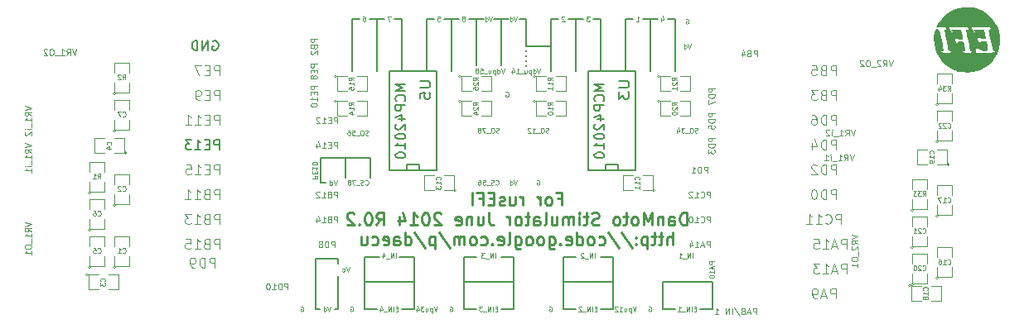
<source format=gbo>
G04 (created by PCBNEW (2013-07-07 BZR 4022)-stable) date 02/09/2014 18:49:16*
%MOIN*%
G04 Gerber Fmt 3.4, Leading zero omitted, Abs format*
%FSLAX34Y34*%
G01*
G70*
G90*
G04 APERTURE LIST*
%ADD10C,0.00393701*%
%ADD11C,0.0043*%
%ADD12C,0.00787402*%
%ADD13C,0.01*%
%ADD14C,0.005*%
%ADD15C,0.0039*%
%ADD16C,0.008*%
%ADD17C,0.0001*%
G04 APERTURE END LIST*
G54D10*
G54D11*
X73101Y-32077D02*
X73351Y-32160D01*
X73101Y-32244D01*
X73351Y-32470D02*
X73232Y-32386D01*
X73351Y-32327D02*
X73101Y-32327D01*
X73101Y-32422D01*
X73113Y-32446D01*
X73125Y-32458D01*
X73148Y-32470D01*
X73184Y-32470D01*
X73208Y-32458D01*
X73220Y-32446D01*
X73232Y-32422D01*
X73232Y-32327D01*
X73125Y-32565D02*
X73113Y-32577D01*
X73101Y-32601D01*
X73101Y-32660D01*
X73113Y-32684D01*
X73125Y-32696D01*
X73148Y-32708D01*
X73172Y-32708D01*
X73208Y-32696D01*
X73351Y-32553D01*
X73351Y-32708D01*
X73375Y-32755D02*
X73375Y-32946D01*
X73101Y-33053D02*
X73101Y-33101D01*
X73113Y-33125D01*
X73136Y-33148D01*
X73184Y-33160D01*
X73267Y-33160D01*
X73315Y-33148D01*
X73339Y-33125D01*
X73351Y-33101D01*
X73351Y-33053D01*
X73339Y-33029D01*
X73315Y-33005D01*
X73267Y-32994D01*
X73184Y-32994D01*
X73136Y-33005D01*
X73113Y-33029D01*
X73101Y-33053D01*
X73351Y-33398D02*
X73351Y-33255D01*
X73351Y-33327D02*
X73101Y-33327D01*
X73136Y-33303D01*
X73160Y-33279D01*
X73172Y-33255D01*
X74772Y-25051D02*
X74689Y-25301D01*
X74605Y-25051D01*
X74379Y-25301D02*
X74463Y-25182D01*
X74522Y-25301D02*
X74522Y-25051D01*
X74427Y-25051D01*
X74403Y-25063D01*
X74391Y-25075D01*
X74379Y-25098D01*
X74379Y-25134D01*
X74391Y-25158D01*
X74403Y-25170D01*
X74427Y-25182D01*
X74522Y-25182D01*
X74284Y-25075D02*
X74272Y-25063D01*
X74248Y-25051D01*
X74189Y-25051D01*
X74165Y-25063D01*
X74153Y-25075D01*
X74141Y-25098D01*
X74141Y-25122D01*
X74153Y-25158D01*
X74296Y-25301D01*
X74141Y-25301D01*
X74094Y-25325D02*
X73903Y-25325D01*
X73796Y-25051D02*
X73748Y-25051D01*
X73725Y-25063D01*
X73701Y-25086D01*
X73689Y-25134D01*
X73689Y-25217D01*
X73701Y-25265D01*
X73725Y-25289D01*
X73748Y-25301D01*
X73796Y-25301D01*
X73820Y-25289D01*
X73844Y-25265D01*
X73855Y-25217D01*
X73855Y-25134D01*
X73844Y-25086D01*
X73820Y-25063D01*
X73796Y-25051D01*
X73594Y-25075D02*
X73582Y-25063D01*
X73558Y-25051D01*
X73498Y-25051D01*
X73475Y-25063D01*
X73463Y-25075D01*
X73451Y-25098D01*
X73451Y-25122D01*
X73463Y-25158D01*
X73605Y-25301D01*
X73451Y-25301D01*
X73201Y-28851D02*
X73117Y-29101D01*
X73034Y-28851D01*
X72808Y-29101D02*
X72891Y-28982D01*
X72951Y-29101D02*
X72951Y-28851D01*
X72855Y-28851D01*
X72832Y-28863D01*
X72820Y-28875D01*
X72808Y-28898D01*
X72808Y-28934D01*
X72820Y-28958D01*
X72832Y-28970D01*
X72855Y-28982D01*
X72951Y-28982D01*
X72570Y-29101D02*
X72713Y-29101D01*
X72641Y-29101D02*
X72641Y-28851D01*
X72665Y-28886D01*
X72689Y-28910D01*
X72713Y-28922D01*
X72522Y-29125D02*
X72332Y-29125D01*
X72272Y-29101D02*
X72272Y-28934D01*
X72272Y-28851D02*
X72284Y-28863D01*
X72272Y-28875D01*
X72260Y-28863D01*
X72272Y-28851D01*
X72272Y-28875D01*
X72022Y-29101D02*
X72165Y-29101D01*
X72094Y-29101D02*
X72094Y-28851D01*
X72117Y-28886D01*
X72141Y-28910D01*
X72165Y-28922D01*
X73251Y-27851D02*
X73167Y-28101D01*
X73084Y-27851D01*
X72858Y-28101D02*
X72941Y-27982D01*
X73001Y-28101D02*
X73001Y-27851D01*
X72905Y-27851D01*
X72882Y-27863D01*
X72870Y-27875D01*
X72858Y-27898D01*
X72858Y-27934D01*
X72870Y-27958D01*
X72882Y-27970D01*
X72905Y-27982D01*
X73001Y-27982D01*
X72620Y-28101D02*
X72763Y-28101D01*
X72691Y-28101D02*
X72691Y-27851D01*
X72715Y-27886D01*
X72739Y-27910D01*
X72763Y-27922D01*
X72572Y-28125D02*
X72382Y-28125D01*
X72322Y-28101D02*
X72322Y-27934D01*
X72322Y-27851D02*
X72334Y-27863D01*
X72322Y-27875D01*
X72310Y-27863D01*
X72322Y-27851D01*
X72322Y-27875D01*
X72215Y-27875D02*
X72203Y-27863D01*
X72179Y-27851D01*
X72120Y-27851D01*
X72096Y-27863D01*
X72084Y-27875D01*
X72072Y-27898D01*
X72072Y-27922D01*
X72084Y-27958D01*
X72227Y-28101D01*
X72072Y-28101D01*
X39851Y-31577D02*
X40101Y-31660D01*
X39851Y-31744D01*
X40101Y-31970D02*
X39982Y-31886D01*
X40101Y-31827D02*
X39851Y-31827D01*
X39851Y-31922D01*
X39863Y-31946D01*
X39875Y-31958D01*
X39898Y-31970D01*
X39934Y-31970D01*
X39958Y-31958D01*
X39970Y-31946D01*
X39982Y-31922D01*
X39982Y-31827D01*
X40101Y-32208D02*
X40101Y-32065D01*
X40101Y-32136D02*
X39851Y-32136D01*
X39886Y-32113D01*
X39910Y-32089D01*
X39922Y-32065D01*
X40125Y-32255D02*
X40125Y-32446D01*
X39851Y-32553D02*
X39851Y-32601D01*
X39863Y-32625D01*
X39886Y-32648D01*
X39934Y-32660D01*
X40017Y-32660D01*
X40065Y-32648D01*
X40089Y-32625D01*
X40101Y-32601D01*
X40101Y-32553D01*
X40089Y-32529D01*
X40065Y-32505D01*
X40017Y-32494D01*
X39934Y-32494D01*
X39886Y-32505D01*
X39863Y-32529D01*
X39851Y-32553D01*
X40101Y-32898D02*
X40101Y-32755D01*
X40101Y-32827D02*
X39851Y-32827D01*
X39886Y-32803D01*
X39910Y-32779D01*
X39922Y-32755D01*
X41922Y-24601D02*
X41839Y-24851D01*
X41755Y-24601D01*
X41529Y-24851D02*
X41613Y-24732D01*
X41672Y-24851D02*
X41672Y-24601D01*
X41577Y-24601D01*
X41553Y-24613D01*
X41541Y-24625D01*
X41529Y-24648D01*
X41529Y-24684D01*
X41541Y-24708D01*
X41553Y-24720D01*
X41577Y-24732D01*
X41672Y-24732D01*
X41291Y-24851D02*
X41434Y-24851D01*
X41363Y-24851D02*
X41363Y-24601D01*
X41386Y-24636D01*
X41410Y-24660D01*
X41434Y-24672D01*
X41244Y-24875D02*
X41053Y-24875D01*
X40946Y-24601D02*
X40898Y-24601D01*
X40875Y-24613D01*
X40851Y-24636D01*
X40839Y-24684D01*
X40839Y-24767D01*
X40851Y-24815D01*
X40875Y-24839D01*
X40898Y-24851D01*
X40946Y-24851D01*
X40970Y-24839D01*
X40994Y-24815D01*
X41005Y-24767D01*
X41005Y-24684D01*
X40994Y-24636D01*
X40970Y-24613D01*
X40946Y-24601D01*
X40744Y-24625D02*
X40732Y-24613D01*
X40708Y-24601D01*
X40648Y-24601D01*
X40625Y-24613D01*
X40613Y-24625D01*
X40601Y-24648D01*
X40601Y-24672D01*
X40613Y-24708D01*
X40755Y-24851D01*
X40601Y-24851D01*
X39851Y-28398D02*
X40101Y-28482D01*
X39851Y-28565D01*
X40101Y-28791D02*
X39982Y-28708D01*
X40101Y-28648D02*
X39851Y-28648D01*
X39851Y-28744D01*
X39863Y-28767D01*
X39875Y-28779D01*
X39898Y-28791D01*
X39934Y-28791D01*
X39958Y-28779D01*
X39970Y-28767D01*
X39982Y-28744D01*
X39982Y-28648D01*
X40101Y-29029D02*
X40101Y-28886D01*
X40101Y-28958D02*
X39851Y-28958D01*
X39886Y-28934D01*
X39910Y-28910D01*
X39922Y-28886D01*
X40125Y-29077D02*
X40125Y-29267D01*
X40101Y-29327D02*
X39934Y-29327D01*
X39851Y-29327D02*
X39863Y-29315D01*
X39875Y-29327D01*
X39863Y-29339D01*
X39851Y-29327D01*
X39875Y-29327D01*
X40101Y-29577D02*
X40101Y-29434D01*
X40101Y-29505D02*
X39851Y-29505D01*
X39886Y-29482D01*
X39910Y-29458D01*
X39922Y-29434D01*
X39851Y-26898D02*
X40101Y-26982D01*
X39851Y-27065D01*
X40101Y-27291D02*
X39982Y-27208D01*
X40101Y-27148D02*
X39851Y-27148D01*
X39851Y-27244D01*
X39863Y-27267D01*
X39875Y-27279D01*
X39898Y-27291D01*
X39934Y-27291D01*
X39958Y-27279D01*
X39970Y-27267D01*
X39982Y-27244D01*
X39982Y-27148D01*
X40101Y-27529D02*
X40101Y-27386D01*
X40101Y-27458D02*
X39851Y-27458D01*
X39886Y-27434D01*
X39910Y-27410D01*
X39922Y-27386D01*
X40125Y-27577D02*
X40125Y-27767D01*
X40101Y-27827D02*
X39934Y-27827D01*
X39851Y-27827D02*
X39863Y-27815D01*
X39875Y-27827D01*
X39863Y-27839D01*
X39851Y-27827D01*
X39875Y-27827D01*
X39875Y-27934D02*
X39863Y-27946D01*
X39851Y-27970D01*
X39851Y-28029D01*
X39863Y-28053D01*
X39875Y-28065D01*
X39898Y-28077D01*
X39922Y-28077D01*
X39958Y-28065D01*
X40101Y-27922D01*
X40101Y-28077D01*
G54D12*
X67500Y-35100D02*
X67000Y-35100D01*
X67500Y-34000D02*
X67500Y-35100D01*
X65500Y-34000D02*
X67500Y-34000D01*
X65500Y-35100D02*
X65500Y-34000D01*
X66000Y-35100D02*
X65500Y-35100D01*
X63500Y-35100D02*
X63000Y-35100D01*
X63500Y-34000D02*
X63500Y-35100D01*
X61500Y-35100D02*
X62000Y-35100D01*
X61500Y-34000D02*
X61500Y-35100D01*
X63500Y-33000D02*
X63000Y-33000D01*
X63500Y-34000D02*
X63500Y-33000D01*
X61500Y-34000D02*
X63500Y-34000D01*
X61500Y-33000D02*
X61500Y-34000D01*
X62000Y-33000D02*
X61500Y-33000D01*
X59500Y-35100D02*
X59500Y-34000D01*
X59000Y-35100D02*
X59500Y-35100D01*
X57500Y-35100D02*
X58000Y-35100D01*
X57500Y-34000D02*
X57500Y-35100D01*
X55500Y-35100D02*
X55500Y-34000D01*
X55000Y-35100D02*
X55500Y-35100D01*
X53500Y-35100D02*
X54000Y-35100D01*
X53500Y-34000D02*
X53500Y-35100D01*
X59500Y-33000D02*
X59000Y-33000D01*
X59500Y-34000D02*
X59500Y-33000D01*
X57500Y-34000D02*
X59500Y-34000D01*
X57500Y-33000D02*
X57500Y-34000D01*
X58000Y-33000D02*
X57500Y-33000D01*
X53500Y-33000D02*
X53500Y-34000D01*
X53550Y-33000D02*
X53500Y-33000D01*
X54100Y-33000D02*
X53550Y-33000D01*
X55500Y-33000D02*
X54900Y-33000D01*
X55500Y-34000D02*
X55500Y-33000D01*
X53500Y-34000D02*
X55500Y-34000D01*
X52450Y-35100D02*
X52300Y-35100D01*
X52450Y-33750D02*
X52450Y-35100D01*
X52450Y-33050D02*
X52450Y-33250D01*
X51550Y-33050D02*
X52450Y-33050D01*
X51550Y-35100D02*
X51550Y-33050D01*
X51700Y-35100D02*
X51550Y-35100D01*
G54D11*
X60448Y-29892D02*
X60467Y-29882D01*
X60495Y-29882D01*
X60523Y-29892D01*
X60542Y-29910D01*
X60551Y-29929D01*
X60560Y-29967D01*
X60560Y-29995D01*
X60551Y-30032D01*
X60542Y-30051D01*
X60523Y-30070D01*
X60495Y-30079D01*
X60476Y-30079D01*
X60448Y-30070D01*
X60439Y-30060D01*
X60439Y-29995D01*
X60476Y-29995D01*
G54D12*
X60000Y-25250D02*
X60000Y-25300D01*
X60000Y-25050D02*
X60000Y-25100D01*
X60000Y-24850D02*
X60000Y-24900D01*
X60000Y-24650D02*
X60000Y-24700D01*
X60000Y-23400D02*
X59750Y-23400D01*
X60000Y-24500D02*
X60000Y-23400D01*
X61000Y-24500D02*
X60000Y-24500D01*
X58300Y-23400D02*
X57700Y-23400D01*
G54D11*
X59654Y-23282D02*
X59589Y-23479D01*
X59523Y-23282D01*
X59373Y-23479D02*
X59373Y-23282D01*
X59373Y-23470D02*
X59392Y-23479D01*
X59429Y-23479D01*
X59448Y-23470D01*
X59457Y-23460D01*
X59467Y-23442D01*
X59467Y-23385D01*
X59457Y-23367D01*
X59448Y-23357D01*
X59429Y-23348D01*
X59392Y-23348D01*
X59373Y-23357D01*
X58654Y-23282D02*
X58589Y-23479D01*
X58523Y-23282D01*
X58373Y-23479D02*
X58373Y-23282D01*
X58373Y-23470D02*
X58392Y-23479D01*
X58429Y-23479D01*
X58448Y-23470D01*
X58457Y-23460D01*
X58467Y-23442D01*
X58467Y-23385D01*
X58457Y-23367D01*
X58448Y-23357D01*
X58429Y-23348D01*
X58392Y-23348D01*
X58373Y-23357D01*
G54D12*
X59000Y-25250D02*
X59000Y-23400D01*
G54D11*
X52154Y-34982D02*
X52089Y-35179D01*
X52023Y-34982D01*
X51873Y-35179D02*
X51873Y-34982D01*
X51873Y-35170D02*
X51892Y-35179D01*
X51929Y-35179D01*
X51948Y-35170D01*
X51957Y-35160D01*
X51967Y-35142D01*
X51967Y-35085D01*
X51957Y-35067D01*
X51948Y-35057D01*
X51929Y-35048D01*
X51892Y-35048D01*
X51873Y-35057D01*
G54D13*
X61292Y-30640D02*
X61459Y-30640D01*
X61459Y-30902D02*
X61459Y-30402D01*
X61221Y-30402D01*
X60959Y-30902D02*
X61007Y-30878D01*
X61030Y-30854D01*
X61054Y-30807D01*
X61054Y-30664D01*
X61030Y-30616D01*
X61007Y-30592D01*
X60959Y-30569D01*
X60888Y-30569D01*
X60840Y-30592D01*
X60816Y-30616D01*
X60792Y-30664D01*
X60792Y-30807D01*
X60816Y-30854D01*
X60840Y-30878D01*
X60888Y-30902D01*
X60959Y-30902D01*
X60578Y-30902D02*
X60578Y-30569D01*
X60578Y-30664D02*
X60554Y-30616D01*
X60530Y-30592D01*
X60483Y-30569D01*
X60435Y-30569D01*
X59888Y-30902D02*
X59888Y-30569D01*
X59888Y-30664D02*
X59864Y-30616D01*
X59840Y-30592D01*
X59792Y-30569D01*
X59745Y-30569D01*
X59364Y-30569D02*
X59364Y-30902D01*
X59578Y-30569D02*
X59578Y-30830D01*
X59554Y-30878D01*
X59507Y-30902D01*
X59435Y-30902D01*
X59388Y-30878D01*
X59364Y-30854D01*
X59150Y-30878D02*
X59102Y-30902D01*
X59007Y-30902D01*
X58959Y-30878D01*
X58935Y-30830D01*
X58935Y-30807D01*
X58959Y-30759D01*
X59007Y-30735D01*
X59078Y-30735D01*
X59126Y-30711D01*
X59150Y-30664D01*
X59150Y-30640D01*
X59126Y-30592D01*
X59078Y-30569D01*
X59007Y-30569D01*
X58959Y-30592D01*
X58721Y-30640D02*
X58554Y-30640D01*
X58483Y-30902D02*
X58721Y-30902D01*
X58721Y-30402D01*
X58483Y-30402D01*
X58102Y-30640D02*
X58269Y-30640D01*
X58269Y-30902D02*
X58269Y-30402D01*
X58030Y-30402D01*
X57840Y-30902D02*
X57840Y-30402D01*
X66471Y-31702D02*
X66471Y-31202D01*
X66352Y-31202D01*
X66280Y-31226D01*
X66233Y-31273D01*
X66209Y-31321D01*
X66185Y-31416D01*
X66185Y-31488D01*
X66209Y-31583D01*
X66233Y-31630D01*
X66280Y-31678D01*
X66352Y-31702D01*
X66471Y-31702D01*
X65757Y-31702D02*
X65757Y-31440D01*
X65780Y-31392D01*
X65828Y-31369D01*
X65923Y-31369D01*
X65971Y-31392D01*
X65757Y-31678D02*
X65804Y-31702D01*
X65923Y-31702D01*
X65971Y-31678D01*
X65995Y-31630D01*
X65995Y-31583D01*
X65971Y-31535D01*
X65923Y-31511D01*
X65804Y-31511D01*
X65757Y-31488D01*
X65519Y-31369D02*
X65519Y-31702D01*
X65519Y-31416D02*
X65495Y-31392D01*
X65447Y-31369D01*
X65376Y-31369D01*
X65328Y-31392D01*
X65304Y-31440D01*
X65304Y-31702D01*
X65066Y-31702D02*
X65066Y-31202D01*
X64900Y-31559D01*
X64733Y-31202D01*
X64733Y-31702D01*
X64423Y-31702D02*
X64471Y-31678D01*
X64495Y-31654D01*
X64519Y-31607D01*
X64519Y-31464D01*
X64495Y-31416D01*
X64471Y-31392D01*
X64423Y-31369D01*
X64352Y-31369D01*
X64304Y-31392D01*
X64280Y-31416D01*
X64257Y-31464D01*
X64257Y-31607D01*
X64280Y-31654D01*
X64304Y-31678D01*
X64352Y-31702D01*
X64423Y-31702D01*
X64114Y-31369D02*
X63923Y-31369D01*
X64042Y-31202D02*
X64042Y-31630D01*
X64019Y-31678D01*
X63971Y-31702D01*
X63923Y-31702D01*
X63685Y-31702D02*
X63733Y-31678D01*
X63757Y-31654D01*
X63780Y-31607D01*
X63780Y-31464D01*
X63757Y-31416D01*
X63733Y-31392D01*
X63685Y-31369D01*
X63614Y-31369D01*
X63566Y-31392D01*
X63542Y-31416D01*
X63519Y-31464D01*
X63519Y-31607D01*
X63542Y-31654D01*
X63566Y-31678D01*
X63614Y-31702D01*
X63685Y-31702D01*
X62947Y-31678D02*
X62876Y-31702D01*
X62757Y-31702D01*
X62709Y-31678D01*
X62685Y-31654D01*
X62661Y-31607D01*
X62661Y-31559D01*
X62685Y-31511D01*
X62709Y-31488D01*
X62757Y-31464D01*
X62852Y-31440D01*
X62900Y-31416D01*
X62923Y-31392D01*
X62947Y-31345D01*
X62947Y-31297D01*
X62923Y-31250D01*
X62900Y-31226D01*
X62852Y-31202D01*
X62733Y-31202D01*
X62661Y-31226D01*
X62519Y-31369D02*
X62328Y-31369D01*
X62447Y-31202D02*
X62447Y-31630D01*
X62423Y-31678D01*
X62376Y-31702D01*
X62328Y-31702D01*
X62161Y-31702D02*
X62161Y-31369D01*
X62161Y-31202D02*
X62185Y-31226D01*
X62161Y-31250D01*
X62138Y-31226D01*
X62161Y-31202D01*
X62161Y-31250D01*
X61923Y-31702D02*
X61923Y-31369D01*
X61923Y-31416D02*
X61900Y-31392D01*
X61852Y-31369D01*
X61780Y-31369D01*
X61733Y-31392D01*
X61709Y-31440D01*
X61709Y-31702D01*
X61709Y-31440D02*
X61685Y-31392D01*
X61638Y-31369D01*
X61566Y-31369D01*
X61519Y-31392D01*
X61495Y-31440D01*
X61495Y-31702D01*
X61042Y-31369D02*
X61042Y-31702D01*
X61257Y-31369D02*
X61257Y-31630D01*
X61233Y-31678D01*
X61185Y-31702D01*
X61114Y-31702D01*
X61066Y-31678D01*
X61042Y-31654D01*
X60733Y-31702D02*
X60780Y-31678D01*
X60804Y-31630D01*
X60804Y-31202D01*
X60328Y-31702D02*
X60328Y-31440D01*
X60352Y-31392D01*
X60400Y-31369D01*
X60495Y-31369D01*
X60542Y-31392D01*
X60328Y-31678D02*
X60376Y-31702D01*
X60495Y-31702D01*
X60542Y-31678D01*
X60566Y-31630D01*
X60566Y-31583D01*
X60542Y-31535D01*
X60495Y-31511D01*
X60376Y-31511D01*
X60328Y-31488D01*
X60161Y-31369D02*
X59971Y-31369D01*
X60090Y-31202D02*
X60090Y-31630D01*
X60066Y-31678D01*
X60019Y-31702D01*
X59971Y-31702D01*
X59733Y-31702D02*
X59780Y-31678D01*
X59804Y-31654D01*
X59828Y-31607D01*
X59828Y-31464D01*
X59804Y-31416D01*
X59780Y-31392D01*
X59733Y-31369D01*
X59661Y-31369D01*
X59614Y-31392D01*
X59590Y-31416D01*
X59566Y-31464D01*
X59566Y-31607D01*
X59590Y-31654D01*
X59614Y-31678D01*
X59661Y-31702D01*
X59733Y-31702D01*
X59352Y-31702D02*
X59352Y-31369D01*
X59352Y-31464D02*
X59328Y-31416D01*
X59304Y-31392D01*
X59257Y-31369D01*
X59209Y-31369D01*
X58519Y-31202D02*
X58519Y-31559D01*
X58542Y-31630D01*
X58590Y-31678D01*
X58661Y-31702D01*
X58709Y-31702D01*
X58066Y-31369D02*
X58066Y-31702D01*
X58280Y-31369D02*
X58280Y-31630D01*
X58257Y-31678D01*
X58209Y-31702D01*
X58138Y-31702D01*
X58090Y-31678D01*
X58066Y-31654D01*
X57828Y-31369D02*
X57828Y-31702D01*
X57828Y-31416D02*
X57804Y-31392D01*
X57757Y-31369D01*
X57685Y-31369D01*
X57638Y-31392D01*
X57614Y-31440D01*
X57614Y-31702D01*
X57185Y-31678D02*
X57233Y-31702D01*
X57328Y-31702D01*
X57376Y-31678D01*
X57399Y-31630D01*
X57399Y-31440D01*
X57376Y-31392D01*
X57328Y-31369D01*
X57233Y-31369D01*
X57185Y-31392D01*
X57161Y-31440D01*
X57161Y-31488D01*
X57399Y-31535D01*
X56590Y-31250D02*
X56566Y-31226D01*
X56519Y-31202D01*
X56400Y-31202D01*
X56352Y-31226D01*
X56328Y-31250D01*
X56304Y-31297D01*
X56304Y-31345D01*
X56328Y-31416D01*
X56614Y-31702D01*
X56304Y-31702D01*
X55995Y-31202D02*
X55947Y-31202D01*
X55900Y-31226D01*
X55876Y-31250D01*
X55852Y-31297D01*
X55828Y-31392D01*
X55828Y-31511D01*
X55852Y-31607D01*
X55876Y-31654D01*
X55900Y-31678D01*
X55947Y-31702D01*
X55995Y-31702D01*
X56042Y-31678D01*
X56066Y-31654D01*
X56090Y-31607D01*
X56114Y-31511D01*
X56114Y-31392D01*
X56090Y-31297D01*
X56066Y-31250D01*
X56042Y-31226D01*
X55995Y-31202D01*
X55352Y-31702D02*
X55638Y-31702D01*
X55495Y-31702D02*
X55495Y-31202D01*
X55542Y-31273D01*
X55590Y-31321D01*
X55638Y-31345D01*
X54923Y-31369D02*
X54923Y-31702D01*
X55042Y-31178D02*
X55161Y-31535D01*
X54852Y-31535D01*
X53995Y-31702D02*
X54161Y-31464D01*
X54280Y-31702D02*
X54280Y-31202D01*
X54090Y-31202D01*
X54042Y-31226D01*
X54019Y-31250D01*
X53995Y-31297D01*
X53995Y-31369D01*
X54019Y-31416D01*
X54042Y-31440D01*
X54090Y-31464D01*
X54280Y-31464D01*
X53685Y-31202D02*
X53638Y-31202D01*
X53590Y-31226D01*
X53566Y-31250D01*
X53542Y-31297D01*
X53519Y-31392D01*
X53519Y-31511D01*
X53542Y-31607D01*
X53566Y-31654D01*
X53590Y-31678D01*
X53638Y-31702D01*
X53685Y-31702D01*
X53733Y-31678D01*
X53757Y-31654D01*
X53780Y-31607D01*
X53804Y-31511D01*
X53804Y-31392D01*
X53780Y-31297D01*
X53757Y-31250D01*
X53733Y-31226D01*
X53685Y-31202D01*
X53304Y-31654D02*
X53280Y-31678D01*
X53304Y-31702D01*
X53328Y-31678D01*
X53304Y-31654D01*
X53304Y-31702D01*
X53090Y-31250D02*
X53066Y-31226D01*
X53019Y-31202D01*
X52899Y-31202D01*
X52852Y-31226D01*
X52828Y-31250D01*
X52804Y-31297D01*
X52804Y-31345D01*
X52828Y-31416D01*
X53114Y-31702D01*
X52804Y-31702D01*
X65911Y-32502D02*
X65911Y-32002D01*
X65697Y-32502D02*
X65697Y-32240D01*
X65721Y-32192D01*
X65769Y-32169D01*
X65840Y-32169D01*
X65888Y-32192D01*
X65911Y-32216D01*
X65530Y-32169D02*
X65340Y-32169D01*
X65459Y-32002D02*
X65459Y-32430D01*
X65435Y-32478D01*
X65388Y-32502D01*
X65340Y-32502D01*
X65245Y-32169D02*
X65054Y-32169D01*
X65173Y-32002D02*
X65173Y-32430D01*
X65150Y-32478D01*
X65102Y-32502D01*
X65054Y-32502D01*
X64888Y-32169D02*
X64888Y-32669D01*
X64888Y-32192D02*
X64840Y-32169D01*
X64745Y-32169D01*
X64697Y-32192D01*
X64673Y-32216D01*
X64650Y-32264D01*
X64650Y-32407D01*
X64673Y-32454D01*
X64697Y-32478D01*
X64745Y-32502D01*
X64840Y-32502D01*
X64888Y-32478D01*
X64435Y-32454D02*
X64411Y-32478D01*
X64435Y-32502D01*
X64459Y-32478D01*
X64435Y-32454D01*
X64435Y-32502D01*
X64435Y-32192D02*
X64411Y-32216D01*
X64435Y-32240D01*
X64459Y-32216D01*
X64435Y-32192D01*
X64435Y-32240D01*
X63840Y-31978D02*
X64269Y-32621D01*
X63316Y-31978D02*
X63745Y-32621D01*
X62935Y-32478D02*
X62983Y-32502D01*
X63078Y-32502D01*
X63126Y-32478D01*
X63150Y-32454D01*
X63173Y-32407D01*
X63173Y-32264D01*
X63150Y-32216D01*
X63126Y-32192D01*
X63078Y-32169D01*
X62983Y-32169D01*
X62935Y-32192D01*
X62650Y-32502D02*
X62697Y-32478D01*
X62721Y-32454D01*
X62745Y-32407D01*
X62745Y-32264D01*
X62721Y-32216D01*
X62697Y-32192D01*
X62650Y-32169D01*
X62578Y-32169D01*
X62530Y-32192D01*
X62507Y-32216D01*
X62483Y-32264D01*
X62483Y-32407D01*
X62507Y-32454D01*
X62530Y-32478D01*
X62578Y-32502D01*
X62650Y-32502D01*
X62054Y-32502D02*
X62054Y-32002D01*
X62054Y-32478D02*
X62102Y-32502D01*
X62197Y-32502D01*
X62245Y-32478D01*
X62269Y-32454D01*
X62292Y-32407D01*
X62292Y-32264D01*
X62269Y-32216D01*
X62245Y-32192D01*
X62197Y-32169D01*
X62102Y-32169D01*
X62054Y-32192D01*
X61626Y-32478D02*
X61673Y-32502D01*
X61769Y-32502D01*
X61816Y-32478D01*
X61840Y-32430D01*
X61840Y-32240D01*
X61816Y-32192D01*
X61769Y-32169D01*
X61673Y-32169D01*
X61626Y-32192D01*
X61602Y-32240D01*
X61602Y-32288D01*
X61840Y-32335D01*
X61388Y-32454D02*
X61364Y-32478D01*
X61388Y-32502D01*
X61411Y-32478D01*
X61388Y-32454D01*
X61388Y-32502D01*
X60935Y-32169D02*
X60935Y-32573D01*
X60959Y-32621D01*
X60983Y-32645D01*
X61030Y-32669D01*
X61102Y-32669D01*
X61150Y-32645D01*
X60935Y-32478D02*
X60983Y-32502D01*
X61078Y-32502D01*
X61126Y-32478D01*
X61150Y-32454D01*
X61173Y-32407D01*
X61173Y-32264D01*
X61150Y-32216D01*
X61126Y-32192D01*
X61078Y-32169D01*
X60983Y-32169D01*
X60935Y-32192D01*
X60626Y-32502D02*
X60673Y-32478D01*
X60697Y-32454D01*
X60721Y-32407D01*
X60721Y-32264D01*
X60697Y-32216D01*
X60673Y-32192D01*
X60626Y-32169D01*
X60554Y-32169D01*
X60507Y-32192D01*
X60483Y-32216D01*
X60459Y-32264D01*
X60459Y-32407D01*
X60483Y-32454D01*
X60507Y-32478D01*
X60554Y-32502D01*
X60626Y-32502D01*
X60173Y-32502D02*
X60221Y-32478D01*
X60245Y-32454D01*
X60269Y-32407D01*
X60269Y-32264D01*
X60245Y-32216D01*
X60221Y-32192D01*
X60173Y-32169D01*
X60102Y-32169D01*
X60054Y-32192D01*
X60030Y-32216D01*
X60007Y-32264D01*
X60007Y-32407D01*
X60030Y-32454D01*
X60054Y-32478D01*
X60102Y-32502D01*
X60173Y-32502D01*
X59578Y-32169D02*
X59578Y-32573D01*
X59602Y-32621D01*
X59626Y-32645D01*
X59673Y-32669D01*
X59745Y-32669D01*
X59792Y-32645D01*
X59578Y-32478D02*
X59626Y-32502D01*
X59721Y-32502D01*
X59769Y-32478D01*
X59792Y-32454D01*
X59816Y-32407D01*
X59816Y-32264D01*
X59792Y-32216D01*
X59769Y-32192D01*
X59721Y-32169D01*
X59626Y-32169D01*
X59578Y-32192D01*
X59269Y-32502D02*
X59316Y-32478D01*
X59340Y-32430D01*
X59340Y-32002D01*
X58888Y-32478D02*
X58935Y-32502D01*
X59030Y-32502D01*
X59078Y-32478D01*
X59102Y-32430D01*
X59102Y-32240D01*
X59078Y-32192D01*
X59030Y-32169D01*
X58935Y-32169D01*
X58888Y-32192D01*
X58864Y-32240D01*
X58864Y-32288D01*
X59102Y-32335D01*
X58649Y-32454D02*
X58626Y-32478D01*
X58649Y-32502D01*
X58673Y-32478D01*
X58649Y-32454D01*
X58649Y-32502D01*
X58197Y-32478D02*
X58245Y-32502D01*
X58340Y-32502D01*
X58388Y-32478D01*
X58411Y-32454D01*
X58435Y-32407D01*
X58435Y-32264D01*
X58411Y-32216D01*
X58388Y-32192D01*
X58340Y-32169D01*
X58245Y-32169D01*
X58197Y-32192D01*
X57911Y-32502D02*
X57959Y-32478D01*
X57983Y-32454D01*
X58007Y-32407D01*
X58007Y-32264D01*
X57983Y-32216D01*
X57959Y-32192D01*
X57911Y-32169D01*
X57840Y-32169D01*
X57792Y-32192D01*
X57769Y-32216D01*
X57745Y-32264D01*
X57745Y-32407D01*
X57769Y-32454D01*
X57792Y-32478D01*
X57840Y-32502D01*
X57911Y-32502D01*
X57530Y-32502D02*
X57530Y-32169D01*
X57530Y-32216D02*
X57507Y-32192D01*
X57459Y-32169D01*
X57388Y-32169D01*
X57340Y-32192D01*
X57316Y-32240D01*
X57316Y-32502D01*
X57316Y-32240D02*
X57292Y-32192D01*
X57245Y-32169D01*
X57173Y-32169D01*
X57126Y-32192D01*
X57102Y-32240D01*
X57102Y-32502D01*
X56507Y-31978D02*
X56935Y-32621D01*
X56340Y-32169D02*
X56340Y-32669D01*
X56340Y-32192D02*
X56292Y-32169D01*
X56197Y-32169D01*
X56150Y-32192D01*
X56126Y-32216D01*
X56102Y-32264D01*
X56102Y-32407D01*
X56126Y-32454D01*
X56150Y-32478D01*
X56197Y-32502D01*
X56292Y-32502D01*
X56340Y-32478D01*
X55530Y-31978D02*
X55959Y-32621D01*
X55149Y-32502D02*
X55149Y-32002D01*
X55149Y-32478D02*
X55197Y-32502D01*
X55292Y-32502D01*
X55340Y-32478D01*
X55364Y-32454D01*
X55388Y-32407D01*
X55388Y-32264D01*
X55364Y-32216D01*
X55340Y-32192D01*
X55292Y-32169D01*
X55197Y-32169D01*
X55149Y-32192D01*
X54697Y-32502D02*
X54697Y-32240D01*
X54721Y-32192D01*
X54769Y-32169D01*
X54864Y-32169D01*
X54911Y-32192D01*
X54697Y-32478D02*
X54745Y-32502D01*
X54864Y-32502D01*
X54911Y-32478D01*
X54935Y-32430D01*
X54935Y-32383D01*
X54911Y-32335D01*
X54864Y-32311D01*
X54745Y-32311D01*
X54697Y-32288D01*
X54269Y-32478D02*
X54316Y-32502D01*
X54411Y-32502D01*
X54459Y-32478D01*
X54483Y-32430D01*
X54483Y-32240D01*
X54459Y-32192D01*
X54411Y-32169D01*
X54316Y-32169D01*
X54269Y-32192D01*
X54245Y-32240D01*
X54245Y-32288D01*
X54483Y-32335D01*
X53816Y-32478D02*
X53864Y-32502D01*
X53959Y-32502D01*
X54007Y-32478D01*
X54030Y-32454D01*
X54054Y-32407D01*
X54054Y-32264D01*
X54030Y-32216D01*
X54007Y-32192D01*
X53959Y-32169D01*
X53864Y-32169D01*
X53816Y-32192D01*
X53388Y-32169D02*
X53388Y-32502D01*
X53602Y-32169D02*
X53602Y-32430D01*
X53578Y-32478D01*
X53530Y-32502D01*
X53459Y-32502D01*
X53411Y-32478D01*
X53388Y-32454D01*
G54D12*
X52750Y-29000D02*
X52750Y-29800D01*
X51750Y-30000D02*
X51950Y-30000D01*
G54D11*
X59654Y-29882D02*
X59589Y-30079D01*
X59523Y-29882D01*
X59373Y-30079D02*
X59373Y-29882D01*
X59373Y-30070D02*
X59392Y-30079D01*
X59429Y-30079D01*
X59448Y-30070D01*
X59457Y-30060D01*
X59467Y-30042D01*
X59467Y-29985D01*
X59457Y-29967D01*
X59448Y-29957D01*
X59429Y-29948D01*
X59392Y-29948D01*
X59373Y-29957D01*
X52404Y-29882D02*
X52339Y-30079D01*
X52273Y-29882D01*
X52123Y-30079D02*
X52123Y-29882D01*
X52123Y-30070D02*
X52142Y-30079D01*
X52179Y-30079D01*
X52198Y-30070D01*
X52207Y-30060D01*
X52217Y-30042D01*
X52217Y-29985D01*
X52207Y-29967D01*
X52198Y-29957D01*
X52179Y-29948D01*
X52142Y-29948D01*
X52123Y-29957D01*
X72495Y-26661D02*
X72495Y-26261D01*
X72342Y-26261D01*
X72304Y-26280D01*
X72285Y-26300D01*
X72266Y-26338D01*
X72266Y-26395D01*
X72285Y-26433D01*
X72304Y-26452D01*
X72342Y-26471D01*
X72495Y-26471D01*
X71961Y-26452D02*
X71904Y-26471D01*
X71885Y-26490D01*
X71866Y-26528D01*
X71866Y-26585D01*
X71885Y-26623D01*
X71904Y-26642D01*
X71942Y-26661D01*
X72095Y-26661D01*
X72095Y-26261D01*
X71961Y-26261D01*
X71923Y-26280D01*
X71904Y-26300D01*
X71885Y-26338D01*
X71885Y-26376D01*
X71904Y-26414D01*
X71923Y-26433D01*
X71961Y-26452D01*
X72095Y-26452D01*
X71733Y-26261D02*
X71485Y-26261D01*
X71619Y-26414D01*
X71561Y-26414D01*
X71523Y-26433D01*
X71504Y-26452D01*
X71485Y-26490D01*
X71485Y-26585D01*
X71504Y-26623D01*
X71523Y-26642D01*
X71561Y-26661D01*
X71676Y-26661D01*
X71714Y-26642D01*
X71733Y-26623D01*
X72495Y-27661D02*
X72495Y-27261D01*
X72342Y-27261D01*
X72304Y-27280D01*
X72285Y-27300D01*
X72266Y-27338D01*
X72266Y-27395D01*
X72285Y-27433D01*
X72304Y-27452D01*
X72342Y-27471D01*
X72495Y-27471D01*
X72095Y-27661D02*
X72095Y-27261D01*
X71999Y-27261D01*
X71942Y-27280D01*
X71904Y-27319D01*
X71885Y-27357D01*
X71866Y-27433D01*
X71866Y-27490D01*
X71885Y-27566D01*
X71904Y-27604D01*
X71942Y-27642D01*
X71999Y-27661D01*
X72095Y-27661D01*
X71523Y-27261D02*
X71599Y-27261D01*
X71638Y-27280D01*
X71657Y-27300D01*
X71695Y-27357D01*
X71714Y-27433D01*
X71714Y-27585D01*
X71695Y-27623D01*
X71676Y-27642D01*
X71638Y-27661D01*
X71561Y-27661D01*
X71523Y-27642D01*
X71504Y-27623D01*
X71485Y-27585D01*
X71485Y-27490D01*
X71504Y-27452D01*
X71523Y-27433D01*
X71561Y-27414D01*
X71638Y-27414D01*
X71676Y-27433D01*
X71695Y-27452D01*
X71714Y-27490D01*
X72495Y-28661D02*
X72495Y-28261D01*
X72342Y-28261D01*
X72304Y-28280D01*
X72285Y-28300D01*
X72266Y-28338D01*
X72266Y-28395D01*
X72285Y-28433D01*
X72304Y-28452D01*
X72342Y-28471D01*
X72495Y-28471D01*
X72095Y-28661D02*
X72095Y-28261D01*
X71999Y-28261D01*
X71942Y-28280D01*
X71904Y-28319D01*
X71885Y-28357D01*
X71866Y-28433D01*
X71866Y-28490D01*
X71885Y-28566D01*
X71904Y-28604D01*
X71942Y-28642D01*
X71999Y-28661D01*
X72095Y-28661D01*
X71523Y-28395D02*
X71523Y-28661D01*
X71619Y-28242D02*
X71714Y-28528D01*
X71466Y-28528D01*
X72495Y-29661D02*
X72495Y-29261D01*
X72342Y-29261D01*
X72304Y-29280D01*
X72285Y-29300D01*
X72266Y-29338D01*
X72266Y-29395D01*
X72285Y-29433D01*
X72304Y-29452D01*
X72342Y-29471D01*
X72495Y-29471D01*
X72095Y-29661D02*
X72095Y-29261D01*
X71999Y-29261D01*
X71942Y-29280D01*
X71904Y-29319D01*
X71885Y-29357D01*
X71866Y-29433D01*
X71866Y-29490D01*
X71885Y-29566D01*
X71904Y-29604D01*
X71942Y-29642D01*
X71999Y-29661D01*
X72095Y-29661D01*
X71714Y-29300D02*
X71695Y-29280D01*
X71657Y-29261D01*
X71561Y-29261D01*
X71523Y-29280D01*
X71504Y-29300D01*
X71485Y-29338D01*
X71485Y-29376D01*
X71504Y-29433D01*
X71733Y-29661D01*
X71485Y-29661D01*
X72495Y-30661D02*
X72495Y-30261D01*
X72342Y-30261D01*
X72304Y-30280D01*
X72285Y-30300D01*
X72266Y-30338D01*
X72266Y-30395D01*
X72285Y-30433D01*
X72304Y-30452D01*
X72342Y-30471D01*
X72495Y-30471D01*
X72095Y-30661D02*
X72095Y-30261D01*
X71999Y-30261D01*
X71942Y-30280D01*
X71904Y-30319D01*
X71885Y-30357D01*
X71866Y-30433D01*
X71866Y-30490D01*
X71885Y-30566D01*
X71904Y-30604D01*
X71942Y-30642D01*
X71999Y-30661D01*
X72095Y-30661D01*
X71619Y-30261D02*
X71580Y-30261D01*
X71542Y-30280D01*
X71523Y-30300D01*
X71504Y-30338D01*
X71485Y-30414D01*
X71485Y-30509D01*
X71504Y-30585D01*
X71523Y-30623D01*
X71542Y-30642D01*
X71580Y-30661D01*
X71619Y-30661D01*
X71657Y-30642D01*
X71676Y-30623D01*
X71695Y-30585D01*
X71714Y-30509D01*
X71714Y-30414D01*
X71695Y-30338D01*
X71676Y-30300D01*
X71657Y-30280D01*
X71619Y-30261D01*
X72685Y-31661D02*
X72685Y-31261D01*
X72533Y-31261D01*
X72495Y-31280D01*
X72476Y-31300D01*
X72457Y-31338D01*
X72457Y-31395D01*
X72476Y-31433D01*
X72495Y-31452D01*
X72533Y-31471D01*
X72685Y-31471D01*
X72057Y-31623D02*
X72076Y-31642D01*
X72133Y-31661D01*
X72171Y-31661D01*
X72228Y-31642D01*
X72266Y-31604D01*
X72285Y-31566D01*
X72304Y-31490D01*
X72304Y-31433D01*
X72285Y-31357D01*
X72266Y-31319D01*
X72228Y-31280D01*
X72171Y-31261D01*
X72133Y-31261D01*
X72076Y-31280D01*
X72057Y-31300D01*
X71676Y-31661D02*
X71904Y-31661D01*
X71790Y-31661D02*
X71790Y-31261D01*
X71828Y-31319D01*
X71866Y-31357D01*
X71904Y-31376D01*
X71295Y-31661D02*
X71523Y-31661D01*
X71409Y-31661D02*
X71409Y-31261D01*
X71447Y-31319D01*
X71485Y-31357D01*
X71523Y-31376D01*
X72907Y-32661D02*
X72907Y-32261D01*
X72754Y-32261D01*
X72716Y-32280D01*
X72697Y-32300D01*
X72678Y-32338D01*
X72678Y-32395D01*
X72697Y-32433D01*
X72716Y-32452D01*
X72754Y-32471D01*
X72907Y-32471D01*
X72526Y-32547D02*
X72335Y-32547D01*
X72564Y-32661D02*
X72430Y-32261D01*
X72297Y-32661D01*
X71954Y-32661D02*
X72183Y-32661D01*
X72069Y-32661D02*
X72069Y-32261D01*
X72107Y-32319D01*
X72145Y-32357D01*
X72183Y-32376D01*
X71592Y-32261D02*
X71783Y-32261D01*
X71802Y-32452D01*
X71783Y-32433D01*
X71745Y-32414D01*
X71650Y-32414D01*
X71611Y-32433D01*
X71592Y-32452D01*
X71573Y-32490D01*
X71573Y-32585D01*
X71592Y-32623D01*
X71611Y-32642D01*
X71650Y-32661D01*
X71745Y-32661D01*
X71783Y-32642D01*
X71802Y-32623D01*
X72907Y-33661D02*
X72907Y-33261D01*
X72754Y-33261D01*
X72716Y-33280D01*
X72697Y-33300D01*
X72678Y-33338D01*
X72678Y-33395D01*
X72697Y-33433D01*
X72716Y-33452D01*
X72754Y-33471D01*
X72907Y-33471D01*
X72526Y-33547D02*
X72335Y-33547D01*
X72564Y-33661D02*
X72430Y-33261D01*
X72297Y-33661D01*
X71954Y-33661D02*
X72183Y-33661D01*
X72069Y-33661D02*
X72069Y-33261D01*
X72107Y-33319D01*
X72145Y-33357D01*
X72183Y-33376D01*
X71821Y-33261D02*
X71573Y-33261D01*
X71707Y-33414D01*
X71650Y-33414D01*
X71611Y-33433D01*
X71592Y-33452D01*
X71573Y-33490D01*
X71573Y-33585D01*
X71592Y-33623D01*
X71611Y-33642D01*
X71650Y-33661D01*
X71764Y-33661D01*
X71802Y-33642D01*
X71821Y-33623D01*
X47676Y-25661D02*
X47676Y-25261D01*
X47523Y-25261D01*
X47485Y-25280D01*
X47466Y-25300D01*
X47447Y-25338D01*
X47447Y-25395D01*
X47466Y-25433D01*
X47485Y-25452D01*
X47523Y-25471D01*
X47676Y-25471D01*
X47276Y-25452D02*
X47142Y-25452D01*
X47085Y-25661D02*
X47276Y-25661D01*
X47276Y-25261D01*
X47085Y-25261D01*
X46952Y-25261D02*
X46685Y-25261D01*
X46857Y-25661D01*
X47676Y-26661D02*
X47676Y-26261D01*
X47523Y-26261D01*
X47485Y-26280D01*
X47466Y-26300D01*
X47447Y-26338D01*
X47447Y-26395D01*
X47466Y-26433D01*
X47485Y-26452D01*
X47523Y-26471D01*
X47676Y-26471D01*
X47276Y-26452D02*
X47142Y-26452D01*
X47085Y-26661D02*
X47276Y-26661D01*
X47276Y-26261D01*
X47085Y-26261D01*
X46895Y-26661D02*
X46819Y-26661D01*
X46780Y-26642D01*
X46761Y-26623D01*
X46723Y-26566D01*
X46704Y-26490D01*
X46704Y-26338D01*
X46723Y-26300D01*
X46742Y-26280D01*
X46780Y-26261D01*
X46857Y-26261D01*
X46895Y-26280D01*
X46914Y-26300D01*
X46933Y-26338D01*
X46933Y-26433D01*
X46914Y-26471D01*
X46895Y-26490D01*
X46857Y-26509D01*
X46780Y-26509D01*
X46742Y-26490D01*
X46723Y-26471D01*
X46704Y-26433D01*
X47666Y-27661D02*
X47666Y-27261D01*
X47514Y-27261D01*
X47476Y-27280D01*
X47457Y-27300D01*
X47438Y-27338D01*
X47438Y-27395D01*
X47457Y-27433D01*
X47476Y-27452D01*
X47514Y-27471D01*
X47666Y-27471D01*
X47266Y-27452D02*
X47133Y-27452D01*
X47076Y-27661D02*
X47266Y-27661D01*
X47266Y-27261D01*
X47076Y-27261D01*
X46695Y-27661D02*
X46923Y-27661D01*
X46809Y-27661D02*
X46809Y-27261D01*
X46847Y-27319D01*
X46885Y-27357D01*
X46923Y-27376D01*
X46314Y-27661D02*
X46542Y-27661D01*
X46428Y-27661D02*
X46428Y-27261D01*
X46466Y-27319D01*
X46504Y-27357D01*
X46542Y-27376D01*
G54D14*
X47666Y-28661D02*
X47666Y-28261D01*
X47514Y-28261D01*
X47476Y-28280D01*
X47457Y-28300D01*
X47438Y-28338D01*
X47438Y-28395D01*
X47457Y-28433D01*
X47476Y-28452D01*
X47514Y-28471D01*
X47666Y-28471D01*
X47266Y-28452D02*
X47133Y-28452D01*
X47076Y-28661D02*
X47266Y-28661D01*
X47266Y-28261D01*
X47076Y-28261D01*
X46695Y-28661D02*
X46923Y-28661D01*
X46809Y-28661D02*
X46809Y-28261D01*
X46847Y-28319D01*
X46885Y-28357D01*
X46923Y-28376D01*
X46561Y-28261D02*
X46314Y-28261D01*
X46447Y-28414D01*
X46390Y-28414D01*
X46352Y-28433D01*
X46333Y-28452D01*
X46314Y-28490D01*
X46314Y-28585D01*
X46333Y-28623D01*
X46352Y-28642D01*
X46390Y-28661D01*
X46504Y-28661D01*
X46542Y-28642D01*
X46561Y-28623D01*
G54D11*
X47666Y-29661D02*
X47666Y-29261D01*
X47514Y-29261D01*
X47476Y-29280D01*
X47457Y-29300D01*
X47438Y-29338D01*
X47438Y-29395D01*
X47457Y-29433D01*
X47476Y-29452D01*
X47514Y-29471D01*
X47666Y-29471D01*
X47266Y-29452D02*
X47133Y-29452D01*
X47076Y-29661D02*
X47266Y-29661D01*
X47266Y-29261D01*
X47076Y-29261D01*
X46695Y-29661D02*
X46923Y-29661D01*
X46809Y-29661D02*
X46809Y-29261D01*
X46847Y-29319D01*
X46885Y-29357D01*
X46923Y-29376D01*
X46333Y-29261D02*
X46523Y-29261D01*
X46542Y-29452D01*
X46523Y-29433D01*
X46485Y-29414D01*
X46390Y-29414D01*
X46352Y-29433D01*
X46333Y-29452D01*
X46314Y-29490D01*
X46314Y-29585D01*
X46333Y-29623D01*
X46352Y-29642D01*
X46390Y-29661D01*
X46485Y-29661D01*
X46523Y-29642D01*
X46542Y-29623D01*
X47685Y-30661D02*
X47685Y-30261D01*
X47533Y-30261D01*
X47495Y-30280D01*
X47476Y-30300D01*
X47457Y-30338D01*
X47457Y-30395D01*
X47476Y-30433D01*
X47495Y-30452D01*
X47533Y-30471D01*
X47685Y-30471D01*
X47152Y-30452D02*
X47095Y-30471D01*
X47076Y-30490D01*
X47057Y-30528D01*
X47057Y-30585D01*
X47076Y-30623D01*
X47095Y-30642D01*
X47133Y-30661D01*
X47285Y-30661D01*
X47285Y-30261D01*
X47152Y-30261D01*
X47114Y-30280D01*
X47095Y-30300D01*
X47076Y-30338D01*
X47076Y-30376D01*
X47095Y-30414D01*
X47114Y-30433D01*
X47152Y-30452D01*
X47285Y-30452D01*
X46676Y-30661D02*
X46904Y-30661D01*
X46790Y-30661D02*
X46790Y-30261D01*
X46828Y-30319D01*
X46866Y-30357D01*
X46904Y-30376D01*
X46295Y-30661D02*
X46523Y-30661D01*
X46409Y-30661D02*
X46409Y-30261D01*
X46447Y-30319D01*
X46485Y-30357D01*
X46523Y-30376D01*
X47685Y-31661D02*
X47685Y-31261D01*
X47533Y-31261D01*
X47495Y-31280D01*
X47476Y-31300D01*
X47457Y-31338D01*
X47457Y-31395D01*
X47476Y-31433D01*
X47495Y-31452D01*
X47533Y-31471D01*
X47685Y-31471D01*
X47152Y-31452D02*
X47095Y-31471D01*
X47076Y-31490D01*
X47057Y-31528D01*
X47057Y-31585D01*
X47076Y-31623D01*
X47095Y-31642D01*
X47133Y-31661D01*
X47285Y-31661D01*
X47285Y-31261D01*
X47152Y-31261D01*
X47114Y-31280D01*
X47095Y-31300D01*
X47076Y-31338D01*
X47076Y-31376D01*
X47095Y-31414D01*
X47114Y-31433D01*
X47152Y-31452D01*
X47285Y-31452D01*
X46676Y-31661D02*
X46904Y-31661D01*
X46790Y-31661D02*
X46790Y-31261D01*
X46828Y-31319D01*
X46866Y-31357D01*
X46904Y-31376D01*
X46542Y-31261D02*
X46295Y-31261D01*
X46428Y-31414D01*
X46371Y-31414D01*
X46333Y-31433D01*
X46314Y-31452D01*
X46295Y-31490D01*
X46295Y-31585D01*
X46314Y-31623D01*
X46333Y-31642D01*
X46371Y-31661D01*
X46485Y-31661D01*
X46523Y-31642D01*
X46542Y-31623D01*
X47685Y-32661D02*
X47685Y-32261D01*
X47533Y-32261D01*
X47495Y-32280D01*
X47476Y-32300D01*
X47457Y-32338D01*
X47457Y-32395D01*
X47476Y-32433D01*
X47495Y-32452D01*
X47533Y-32471D01*
X47685Y-32471D01*
X47152Y-32452D02*
X47095Y-32471D01*
X47076Y-32490D01*
X47057Y-32528D01*
X47057Y-32585D01*
X47076Y-32623D01*
X47095Y-32642D01*
X47133Y-32661D01*
X47285Y-32661D01*
X47285Y-32261D01*
X47152Y-32261D01*
X47114Y-32280D01*
X47095Y-32300D01*
X47076Y-32338D01*
X47076Y-32376D01*
X47095Y-32414D01*
X47114Y-32433D01*
X47152Y-32452D01*
X47285Y-32452D01*
X46676Y-32661D02*
X46904Y-32661D01*
X46790Y-32661D02*
X46790Y-32261D01*
X46828Y-32319D01*
X46866Y-32357D01*
X46904Y-32376D01*
X46314Y-32261D02*
X46504Y-32261D01*
X46523Y-32452D01*
X46504Y-32433D01*
X46466Y-32414D01*
X46371Y-32414D01*
X46333Y-32433D01*
X46314Y-32452D01*
X46295Y-32490D01*
X46295Y-32585D01*
X46314Y-32623D01*
X46333Y-32642D01*
X46371Y-32661D01*
X46466Y-32661D01*
X46504Y-32642D01*
X46523Y-32623D01*
X72495Y-25661D02*
X72495Y-25261D01*
X72342Y-25261D01*
X72304Y-25280D01*
X72285Y-25300D01*
X72266Y-25338D01*
X72266Y-25395D01*
X72285Y-25433D01*
X72304Y-25452D01*
X72342Y-25471D01*
X72495Y-25471D01*
X71961Y-25452D02*
X71904Y-25471D01*
X71885Y-25490D01*
X71866Y-25528D01*
X71866Y-25585D01*
X71885Y-25623D01*
X71904Y-25642D01*
X71942Y-25661D01*
X72095Y-25661D01*
X72095Y-25261D01*
X71961Y-25261D01*
X71923Y-25280D01*
X71904Y-25300D01*
X71885Y-25338D01*
X71885Y-25376D01*
X71904Y-25414D01*
X71923Y-25433D01*
X71961Y-25452D01*
X72095Y-25452D01*
X71504Y-25261D02*
X71695Y-25261D01*
X71714Y-25452D01*
X71695Y-25433D01*
X71657Y-25414D01*
X71561Y-25414D01*
X71523Y-25433D01*
X71504Y-25452D01*
X71485Y-25490D01*
X71485Y-25585D01*
X71504Y-25623D01*
X71523Y-25642D01*
X71561Y-25661D01*
X71657Y-25661D01*
X71695Y-25642D01*
X71714Y-25623D01*
X69309Y-24901D02*
X69309Y-24651D01*
X69214Y-24651D01*
X69190Y-24663D01*
X69178Y-24675D01*
X69166Y-24698D01*
X69166Y-24734D01*
X69178Y-24758D01*
X69190Y-24770D01*
X69214Y-24782D01*
X69309Y-24782D01*
X68976Y-24770D02*
X68940Y-24782D01*
X68928Y-24794D01*
X68916Y-24817D01*
X68916Y-24853D01*
X68928Y-24877D01*
X68940Y-24889D01*
X68964Y-24901D01*
X69059Y-24901D01*
X69059Y-24651D01*
X68976Y-24651D01*
X68952Y-24663D01*
X68940Y-24675D01*
X68928Y-24698D01*
X68928Y-24722D01*
X68940Y-24746D01*
X68952Y-24758D01*
X68976Y-24770D01*
X69059Y-24770D01*
X68702Y-24734D02*
X68702Y-24901D01*
X68761Y-24639D02*
X68821Y-24817D01*
X68666Y-24817D01*
X67428Y-31601D02*
X67428Y-31351D01*
X67333Y-31351D01*
X67309Y-31363D01*
X67297Y-31375D01*
X67285Y-31398D01*
X67285Y-31434D01*
X67297Y-31458D01*
X67309Y-31470D01*
X67333Y-31482D01*
X67428Y-31482D01*
X67035Y-31577D02*
X67047Y-31589D01*
X67083Y-31601D01*
X67107Y-31601D01*
X67142Y-31589D01*
X67166Y-31565D01*
X67178Y-31541D01*
X67190Y-31494D01*
X67190Y-31458D01*
X67178Y-31410D01*
X67166Y-31386D01*
X67142Y-31363D01*
X67107Y-31351D01*
X67083Y-31351D01*
X67047Y-31363D01*
X67035Y-31375D01*
X66797Y-31601D02*
X66940Y-31601D01*
X66869Y-31601D02*
X66869Y-31351D01*
X66892Y-31386D01*
X66916Y-31410D01*
X66940Y-31422D01*
X66642Y-31351D02*
X66619Y-31351D01*
X66595Y-31363D01*
X66583Y-31375D01*
X66571Y-31398D01*
X66559Y-31446D01*
X66559Y-31505D01*
X66571Y-31553D01*
X66583Y-31577D01*
X66595Y-31589D01*
X66619Y-31601D01*
X66642Y-31601D01*
X66666Y-31589D01*
X66678Y-31577D01*
X66690Y-31553D01*
X66702Y-31505D01*
X66702Y-31446D01*
X66690Y-31398D01*
X66678Y-31375D01*
X66666Y-31363D01*
X66642Y-31351D01*
X67428Y-30601D02*
X67428Y-30351D01*
X67333Y-30351D01*
X67309Y-30363D01*
X67297Y-30375D01*
X67285Y-30398D01*
X67285Y-30434D01*
X67297Y-30458D01*
X67309Y-30470D01*
X67333Y-30482D01*
X67428Y-30482D01*
X67035Y-30577D02*
X67047Y-30589D01*
X67083Y-30601D01*
X67107Y-30601D01*
X67142Y-30589D01*
X67166Y-30565D01*
X67178Y-30541D01*
X67190Y-30494D01*
X67190Y-30458D01*
X67178Y-30410D01*
X67166Y-30386D01*
X67142Y-30363D01*
X67107Y-30351D01*
X67083Y-30351D01*
X67047Y-30363D01*
X67035Y-30375D01*
X66797Y-30601D02*
X66940Y-30601D01*
X66869Y-30601D02*
X66869Y-30351D01*
X66892Y-30386D01*
X66916Y-30410D01*
X66940Y-30422D01*
X66702Y-30375D02*
X66690Y-30363D01*
X66666Y-30351D01*
X66607Y-30351D01*
X66583Y-30363D01*
X66571Y-30375D01*
X66559Y-30398D01*
X66559Y-30422D01*
X66571Y-30458D01*
X66714Y-30601D01*
X66559Y-30601D01*
X51420Y-29828D02*
X51617Y-29828D01*
X51617Y-29753D01*
X51607Y-29734D01*
X51598Y-29725D01*
X51579Y-29715D01*
X51551Y-29715D01*
X51532Y-29725D01*
X51523Y-29734D01*
X51514Y-29753D01*
X51514Y-29828D01*
X51523Y-29631D02*
X51523Y-29565D01*
X51420Y-29537D02*
X51420Y-29631D01*
X51617Y-29631D01*
X51617Y-29537D01*
X51420Y-29349D02*
X51420Y-29462D01*
X51420Y-29406D02*
X51617Y-29406D01*
X51589Y-29424D01*
X51570Y-29443D01*
X51560Y-29462D01*
X51617Y-29227D02*
X51617Y-29209D01*
X51607Y-29190D01*
X51598Y-29181D01*
X51579Y-29171D01*
X51542Y-29162D01*
X51495Y-29162D01*
X51457Y-29171D01*
X51439Y-29181D01*
X51429Y-29190D01*
X51420Y-29209D01*
X51420Y-29227D01*
X51429Y-29246D01*
X51439Y-29256D01*
X51457Y-29265D01*
X51495Y-29274D01*
X51542Y-29274D01*
X51579Y-29265D01*
X51598Y-29256D01*
X51607Y-29246D01*
X51617Y-29227D01*
X50428Y-34301D02*
X50428Y-34051D01*
X50333Y-34051D01*
X50309Y-34063D01*
X50297Y-34075D01*
X50285Y-34098D01*
X50285Y-34134D01*
X50297Y-34158D01*
X50309Y-34170D01*
X50333Y-34182D01*
X50428Y-34182D01*
X50178Y-34301D02*
X50178Y-34051D01*
X50119Y-34051D01*
X50083Y-34063D01*
X50059Y-34086D01*
X50047Y-34110D01*
X50035Y-34158D01*
X50035Y-34194D01*
X50047Y-34241D01*
X50059Y-34265D01*
X50083Y-34289D01*
X50119Y-34301D01*
X50178Y-34301D01*
X49797Y-34301D02*
X49940Y-34301D01*
X49869Y-34301D02*
X49869Y-34051D01*
X49892Y-34086D01*
X49916Y-34110D01*
X49940Y-34122D01*
X49642Y-34051D02*
X49619Y-34051D01*
X49595Y-34063D01*
X49583Y-34075D01*
X49571Y-34098D01*
X49559Y-34146D01*
X49559Y-34205D01*
X49571Y-34253D01*
X49583Y-34277D01*
X49595Y-34289D01*
X49619Y-34301D01*
X49642Y-34301D01*
X49666Y-34289D01*
X49678Y-34277D01*
X49690Y-34253D01*
X49702Y-34205D01*
X49702Y-34146D01*
X49690Y-34098D01*
X49678Y-34075D01*
X49666Y-34063D01*
X49642Y-34051D01*
X47495Y-33411D02*
X47495Y-33011D01*
X47342Y-33011D01*
X47304Y-33030D01*
X47285Y-33050D01*
X47266Y-33088D01*
X47266Y-33145D01*
X47285Y-33183D01*
X47304Y-33202D01*
X47342Y-33221D01*
X47495Y-33221D01*
X47095Y-33411D02*
X47095Y-33011D01*
X46999Y-33011D01*
X46942Y-33030D01*
X46904Y-33069D01*
X46885Y-33107D01*
X46866Y-33183D01*
X46866Y-33240D01*
X46885Y-33316D01*
X46904Y-33354D01*
X46942Y-33392D01*
X46999Y-33411D01*
X47095Y-33411D01*
X46676Y-33411D02*
X46599Y-33411D01*
X46561Y-33392D01*
X46542Y-33373D01*
X46504Y-33316D01*
X46485Y-33240D01*
X46485Y-33088D01*
X46504Y-33050D01*
X46523Y-33030D01*
X46561Y-33011D01*
X46638Y-33011D01*
X46676Y-33030D01*
X46695Y-33050D01*
X46714Y-33088D01*
X46714Y-33183D01*
X46695Y-33221D01*
X46676Y-33240D01*
X46638Y-33259D01*
X46561Y-33259D01*
X46523Y-33240D01*
X46504Y-33221D01*
X46485Y-33183D01*
X51601Y-24190D02*
X51351Y-24190D01*
X51351Y-24285D01*
X51363Y-24309D01*
X51375Y-24321D01*
X51398Y-24333D01*
X51434Y-24333D01*
X51458Y-24321D01*
X51470Y-24309D01*
X51482Y-24285D01*
X51482Y-24190D01*
X51470Y-24523D02*
X51482Y-24559D01*
X51494Y-24571D01*
X51517Y-24583D01*
X51553Y-24583D01*
X51577Y-24571D01*
X51589Y-24559D01*
X51601Y-24535D01*
X51601Y-24440D01*
X51351Y-24440D01*
X51351Y-24523D01*
X51363Y-24547D01*
X51375Y-24559D01*
X51398Y-24571D01*
X51422Y-24571D01*
X51446Y-24559D01*
X51458Y-24547D01*
X51470Y-24523D01*
X51470Y-24440D01*
X51375Y-24678D02*
X51363Y-24690D01*
X51351Y-24714D01*
X51351Y-24773D01*
X51363Y-24797D01*
X51375Y-24809D01*
X51398Y-24821D01*
X51422Y-24821D01*
X51458Y-24809D01*
X51601Y-24666D01*
X51601Y-24821D01*
G54D14*
X47404Y-24280D02*
X47442Y-24261D01*
X47500Y-24261D01*
X47557Y-24280D01*
X47595Y-24319D01*
X47614Y-24357D01*
X47633Y-24433D01*
X47633Y-24490D01*
X47614Y-24566D01*
X47595Y-24604D01*
X47557Y-24642D01*
X47500Y-24661D01*
X47461Y-24661D01*
X47404Y-24642D01*
X47385Y-24623D01*
X47385Y-24490D01*
X47461Y-24490D01*
X47214Y-24661D02*
X47214Y-24261D01*
X46985Y-24661D01*
X46985Y-24261D01*
X46795Y-24661D02*
X46795Y-24261D01*
X46699Y-24261D01*
X46642Y-24280D01*
X46604Y-24319D01*
X46585Y-24357D01*
X46566Y-24433D01*
X46566Y-24490D01*
X46585Y-24566D01*
X46604Y-24604D01*
X46642Y-24642D01*
X46699Y-24661D01*
X46795Y-24661D01*
G54D11*
X67410Y-32601D02*
X67410Y-32351D01*
X67315Y-32351D01*
X67291Y-32363D01*
X67279Y-32375D01*
X67267Y-32398D01*
X67267Y-32434D01*
X67279Y-32458D01*
X67291Y-32470D01*
X67315Y-32482D01*
X67410Y-32482D01*
X67172Y-32529D02*
X67053Y-32529D01*
X67196Y-32601D02*
X67113Y-32351D01*
X67029Y-32601D01*
X66815Y-32601D02*
X66958Y-32601D01*
X66886Y-32601D02*
X66886Y-32351D01*
X66910Y-32386D01*
X66934Y-32410D01*
X66958Y-32422D01*
X66601Y-32434D02*
X66601Y-32601D01*
X66660Y-32339D02*
X66720Y-32517D01*
X66565Y-32517D01*
X67579Y-33176D02*
X67382Y-33176D01*
X67382Y-33251D01*
X67392Y-33270D01*
X67401Y-33279D01*
X67420Y-33288D01*
X67448Y-33288D01*
X67467Y-33279D01*
X67476Y-33270D01*
X67485Y-33251D01*
X67485Y-33176D01*
X67523Y-33363D02*
X67523Y-33457D01*
X67579Y-33345D02*
X67382Y-33410D01*
X67579Y-33476D01*
X67579Y-33645D02*
X67579Y-33532D01*
X67579Y-33589D02*
X67382Y-33589D01*
X67410Y-33570D01*
X67429Y-33551D01*
X67439Y-33532D01*
X67382Y-33767D02*
X67382Y-33786D01*
X67392Y-33804D01*
X67401Y-33814D01*
X67420Y-33823D01*
X67457Y-33833D01*
X67504Y-33833D01*
X67542Y-33823D01*
X67560Y-33814D01*
X67570Y-33804D01*
X67579Y-33786D01*
X67579Y-33767D01*
X67570Y-33748D01*
X67560Y-33739D01*
X67542Y-33729D01*
X67504Y-33720D01*
X67457Y-33720D01*
X67420Y-33729D01*
X67401Y-33739D01*
X67392Y-33748D01*
X67382Y-33767D01*
X69277Y-35301D02*
X69277Y-35051D01*
X69182Y-35051D01*
X69158Y-35063D01*
X69146Y-35075D01*
X69134Y-35098D01*
X69134Y-35134D01*
X69146Y-35158D01*
X69158Y-35170D01*
X69182Y-35182D01*
X69277Y-35182D01*
X69039Y-35229D02*
X68920Y-35229D01*
X69063Y-35301D02*
X68979Y-35051D01*
X68896Y-35301D01*
X68777Y-35158D02*
X68801Y-35146D01*
X68813Y-35134D01*
X68825Y-35110D01*
X68825Y-35098D01*
X68813Y-35075D01*
X68801Y-35063D01*
X68777Y-35051D01*
X68729Y-35051D01*
X68705Y-35063D01*
X68694Y-35075D01*
X68682Y-35098D01*
X68682Y-35110D01*
X68694Y-35134D01*
X68705Y-35146D01*
X68729Y-35158D01*
X68777Y-35158D01*
X68801Y-35170D01*
X68813Y-35182D01*
X68825Y-35205D01*
X68825Y-35253D01*
X68813Y-35277D01*
X68801Y-35289D01*
X68777Y-35301D01*
X68729Y-35301D01*
X68705Y-35289D01*
X68694Y-35277D01*
X68682Y-35253D01*
X68682Y-35205D01*
X68694Y-35182D01*
X68705Y-35170D01*
X68729Y-35158D01*
X68396Y-35039D02*
X68610Y-35360D01*
X68313Y-35301D02*
X68313Y-35051D01*
X68194Y-35301D02*
X68194Y-35051D01*
X68051Y-35301D01*
X68051Y-35051D01*
X67610Y-35301D02*
X67753Y-35301D01*
X67682Y-35301D02*
X67682Y-35051D01*
X67705Y-35086D01*
X67729Y-35110D01*
X67753Y-35122D01*
X64431Y-34982D02*
X64365Y-35179D01*
X64300Y-34982D01*
X64234Y-35048D02*
X64234Y-35245D01*
X64234Y-35057D02*
X64215Y-35048D01*
X64178Y-35048D01*
X64159Y-35057D01*
X64150Y-35067D01*
X64140Y-35085D01*
X64140Y-35142D01*
X64150Y-35160D01*
X64159Y-35170D01*
X64178Y-35179D01*
X64215Y-35179D01*
X64234Y-35170D01*
X63971Y-35048D02*
X63971Y-35179D01*
X64056Y-35048D02*
X64056Y-35151D01*
X64046Y-35170D01*
X64028Y-35179D01*
X63999Y-35179D01*
X63981Y-35170D01*
X63971Y-35160D01*
X63774Y-35179D02*
X63887Y-35179D01*
X63831Y-35179D02*
X63831Y-34982D01*
X63849Y-35010D01*
X63868Y-35029D01*
X63887Y-35039D01*
X63699Y-35001D02*
X63690Y-34992D01*
X63671Y-34982D01*
X63624Y-34982D01*
X63605Y-34992D01*
X63596Y-35001D01*
X63587Y-35020D01*
X63587Y-35039D01*
X63596Y-35067D01*
X63709Y-35179D01*
X63587Y-35179D01*
X56431Y-34982D02*
X56365Y-35179D01*
X56300Y-34982D01*
X56234Y-35048D02*
X56234Y-35245D01*
X56234Y-35057D02*
X56215Y-35048D01*
X56178Y-35048D01*
X56159Y-35057D01*
X56150Y-35067D01*
X56140Y-35085D01*
X56140Y-35142D01*
X56150Y-35160D01*
X56159Y-35170D01*
X56178Y-35179D01*
X56215Y-35179D01*
X56234Y-35170D01*
X55971Y-35048D02*
X55971Y-35179D01*
X56056Y-35048D02*
X56056Y-35151D01*
X56046Y-35170D01*
X56028Y-35179D01*
X55999Y-35179D01*
X55981Y-35170D01*
X55971Y-35160D01*
X55896Y-34982D02*
X55774Y-34982D01*
X55840Y-35057D01*
X55812Y-35057D01*
X55793Y-35067D01*
X55784Y-35076D01*
X55774Y-35095D01*
X55774Y-35142D01*
X55784Y-35160D01*
X55793Y-35170D01*
X55812Y-35179D01*
X55868Y-35179D01*
X55887Y-35170D01*
X55896Y-35160D01*
X55605Y-35048D02*
X55605Y-35179D01*
X55652Y-34973D02*
X55699Y-35114D01*
X55577Y-35114D01*
X52309Y-32601D02*
X52309Y-32351D01*
X52214Y-32351D01*
X52190Y-32363D01*
X52178Y-32375D01*
X52166Y-32398D01*
X52166Y-32434D01*
X52178Y-32458D01*
X52190Y-32470D01*
X52214Y-32482D01*
X52309Y-32482D01*
X52059Y-32601D02*
X52059Y-32351D01*
X52000Y-32351D01*
X51964Y-32363D01*
X51940Y-32386D01*
X51928Y-32410D01*
X51916Y-32458D01*
X51916Y-32494D01*
X51928Y-32541D01*
X51940Y-32565D01*
X51964Y-32589D01*
X52000Y-32601D01*
X52059Y-32601D01*
X51773Y-32458D02*
X51797Y-32446D01*
X51809Y-32434D01*
X51821Y-32410D01*
X51821Y-32398D01*
X51809Y-32375D01*
X51797Y-32363D01*
X51773Y-32351D01*
X51726Y-32351D01*
X51702Y-32363D01*
X51690Y-32375D01*
X51678Y-32398D01*
X51678Y-32410D01*
X51690Y-32434D01*
X51702Y-32446D01*
X51726Y-32458D01*
X51773Y-32458D01*
X51797Y-32470D01*
X51809Y-32482D01*
X51821Y-32505D01*
X51821Y-32553D01*
X51809Y-32577D01*
X51797Y-32589D01*
X51773Y-32601D01*
X51726Y-32601D01*
X51702Y-32589D01*
X51690Y-32577D01*
X51678Y-32553D01*
X51678Y-32505D01*
X51690Y-32482D01*
X51702Y-32470D01*
X51726Y-32458D01*
X52428Y-31601D02*
X52428Y-31351D01*
X52333Y-31351D01*
X52309Y-31363D01*
X52297Y-31375D01*
X52285Y-31398D01*
X52285Y-31434D01*
X52297Y-31458D01*
X52309Y-31470D01*
X52333Y-31482D01*
X52428Y-31482D01*
X52095Y-31470D02*
X52059Y-31482D01*
X52047Y-31494D01*
X52035Y-31517D01*
X52035Y-31553D01*
X52047Y-31577D01*
X52059Y-31589D01*
X52083Y-31601D01*
X52178Y-31601D01*
X52178Y-31351D01*
X52095Y-31351D01*
X52071Y-31363D01*
X52059Y-31375D01*
X52047Y-31398D01*
X52047Y-31422D01*
X52059Y-31446D01*
X52071Y-31458D01*
X52095Y-31470D01*
X52178Y-31470D01*
X51797Y-31601D02*
X51940Y-31601D01*
X51869Y-31601D02*
X51869Y-31351D01*
X51892Y-31386D01*
X51916Y-31410D01*
X51940Y-31422D01*
X51583Y-31434D02*
X51583Y-31601D01*
X51642Y-31339D02*
X51702Y-31517D01*
X51547Y-31517D01*
X52428Y-30601D02*
X52428Y-30351D01*
X52333Y-30351D01*
X52309Y-30363D01*
X52297Y-30375D01*
X52285Y-30398D01*
X52285Y-30434D01*
X52297Y-30458D01*
X52309Y-30470D01*
X52333Y-30482D01*
X52428Y-30482D01*
X52095Y-30470D02*
X52059Y-30482D01*
X52047Y-30494D01*
X52035Y-30517D01*
X52035Y-30553D01*
X52047Y-30577D01*
X52059Y-30589D01*
X52083Y-30601D01*
X52178Y-30601D01*
X52178Y-30351D01*
X52095Y-30351D01*
X52071Y-30363D01*
X52059Y-30375D01*
X52047Y-30398D01*
X52047Y-30422D01*
X52059Y-30446D01*
X52071Y-30458D01*
X52095Y-30470D01*
X52178Y-30470D01*
X51797Y-30601D02*
X51940Y-30601D01*
X51869Y-30601D02*
X51869Y-30351D01*
X51892Y-30386D01*
X51916Y-30410D01*
X51940Y-30422D01*
X51702Y-30375D02*
X51690Y-30363D01*
X51666Y-30351D01*
X51607Y-30351D01*
X51583Y-30363D01*
X51571Y-30375D01*
X51559Y-30398D01*
X51559Y-30422D01*
X51571Y-30458D01*
X51714Y-30601D01*
X51559Y-30601D01*
X52416Y-28601D02*
X52416Y-28351D01*
X52321Y-28351D01*
X52297Y-28363D01*
X52285Y-28375D01*
X52273Y-28398D01*
X52273Y-28434D01*
X52285Y-28458D01*
X52297Y-28470D01*
X52321Y-28482D01*
X52416Y-28482D01*
X52166Y-28470D02*
X52083Y-28470D01*
X52047Y-28601D02*
X52166Y-28601D01*
X52166Y-28351D01*
X52047Y-28351D01*
X51809Y-28601D02*
X51952Y-28601D01*
X51880Y-28601D02*
X51880Y-28351D01*
X51904Y-28386D01*
X51928Y-28410D01*
X51952Y-28422D01*
X51595Y-28434D02*
X51595Y-28601D01*
X51654Y-28339D02*
X51714Y-28517D01*
X51559Y-28517D01*
X52416Y-27601D02*
X52416Y-27351D01*
X52321Y-27351D01*
X52297Y-27363D01*
X52285Y-27375D01*
X52273Y-27398D01*
X52273Y-27434D01*
X52285Y-27458D01*
X52297Y-27470D01*
X52321Y-27482D01*
X52416Y-27482D01*
X52166Y-27470D02*
X52083Y-27470D01*
X52047Y-27601D02*
X52166Y-27601D01*
X52166Y-27351D01*
X52047Y-27351D01*
X51809Y-27601D02*
X51952Y-27601D01*
X51880Y-27601D02*
X51880Y-27351D01*
X51904Y-27386D01*
X51928Y-27410D01*
X51952Y-27422D01*
X51714Y-27375D02*
X51702Y-27363D01*
X51678Y-27351D01*
X51619Y-27351D01*
X51595Y-27363D01*
X51583Y-27375D01*
X51571Y-27398D01*
X51571Y-27422D01*
X51583Y-27458D01*
X51726Y-27601D01*
X51571Y-27601D01*
X51601Y-26083D02*
X51351Y-26083D01*
X51351Y-26178D01*
X51363Y-26202D01*
X51375Y-26214D01*
X51398Y-26226D01*
X51434Y-26226D01*
X51458Y-26214D01*
X51470Y-26202D01*
X51482Y-26178D01*
X51482Y-26083D01*
X51470Y-26333D02*
X51470Y-26416D01*
X51601Y-26452D02*
X51601Y-26333D01*
X51351Y-26333D01*
X51351Y-26452D01*
X51601Y-26690D02*
X51601Y-26547D01*
X51601Y-26619D02*
X51351Y-26619D01*
X51386Y-26595D01*
X51410Y-26571D01*
X51422Y-26547D01*
X51351Y-26845D02*
X51351Y-26869D01*
X51363Y-26892D01*
X51375Y-26904D01*
X51398Y-26916D01*
X51446Y-26928D01*
X51505Y-26928D01*
X51553Y-26916D01*
X51577Y-26904D01*
X51589Y-26892D01*
X51601Y-26869D01*
X51601Y-26845D01*
X51589Y-26821D01*
X51577Y-26809D01*
X51553Y-26797D01*
X51505Y-26785D01*
X51446Y-26785D01*
X51398Y-26797D01*
X51375Y-26809D01*
X51363Y-26821D01*
X51351Y-26845D01*
X51601Y-25202D02*
X51351Y-25202D01*
X51351Y-25297D01*
X51363Y-25321D01*
X51375Y-25333D01*
X51398Y-25345D01*
X51434Y-25345D01*
X51458Y-25333D01*
X51470Y-25321D01*
X51482Y-25297D01*
X51482Y-25202D01*
X51470Y-25452D02*
X51470Y-25535D01*
X51601Y-25571D02*
X51601Y-25452D01*
X51351Y-25452D01*
X51351Y-25571D01*
X51458Y-25714D02*
X51446Y-25690D01*
X51434Y-25678D01*
X51410Y-25666D01*
X51398Y-25666D01*
X51375Y-25678D01*
X51363Y-25690D01*
X51351Y-25714D01*
X51351Y-25761D01*
X51363Y-25785D01*
X51375Y-25797D01*
X51398Y-25809D01*
X51410Y-25809D01*
X51434Y-25797D01*
X51446Y-25785D01*
X51458Y-25761D01*
X51458Y-25714D01*
X51470Y-25690D01*
X51482Y-25678D01*
X51505Y-25666D01*
X51553Y-25666D01*
X51577Y-25678D01*
X51589Y-25690D01*
X51601Y-25714D01*
X51601Y-25761D01*
X51589Y-25785D01*
X51577Y-25797D01*
X51553Y-25809D01*
X51505Y-25809D01*
X51482Y-25797D01*
X51470Y-25785D01*
X51458Y-25761D01*
X67309Y-29601D02*
X67309Y-29351D01*
X67214Y-29351D01*
X67190Y-29363D01*
X67178Y-29375D01*
X67166Y-29398D01*
X67166Y-29434D01*
X67178Y-29458D01*
X67190Y-29470D01*
X67214Y-29482D01*
X67309Y-29482D01*
X67059Y-29601D02*
X67059Y-29351D01*
X67000Y-29351D01*
X66964Y-29363D01*
X66940Y-29386D01*
X66928Y-29410D01*
X66916Y-29458D01*
X66916Y-29494D01*
X66928Y-29541D01*
X66940Y-29565D01*
X66964Y-29589D01*
X67000Y-29601D01*
X67059Y-29601D01*
X66678Y-29601D02*
X66821Y-29601D01*
X66750Y-29601D02*
X66750Y-29351D01*
X66773Y-29386D01*
X66797Y-29410D01*
X66821Y-29422D01*
X72466Y-34661D02*
X72466Y-34261D01*
X72314Y-34261D01*
X72276Y-34280D01*
X72257Y-34300D01*
X72238Y-34338D01*
X72238Y-34395D01*
X72257Y-34433D01*
X72276Y-34452D01*
X72314Y-34471D01*
X72466Y-34471D01*
X72085Y-34547D02*
X71895Y-34547D01*
X72123Y-34661D02*
X71990Y-34261D01*
X71857Y-34661D01*
X71704Y-34661D02*
X71628Y-34661D01*
X71590Y-34642D01*
X71571Y-34623D01*
X71533Y-34566D01*
X71514Y-34490D01*
X71514Y-34338D01*
X71533Y-34300D01*
X71552Y-34280D01*
X71590Y-34261D01*
X71666Y-34261D01*
X71704Y-34280D01*
X71723Y-34300D01*
X71742Y-34338D01*
X71742Y-34433D01*
X71723Y-34471D01*
X71704Y-34490D01*
X71666Y-34509D01*
X71590Y-34509D01*
X71552Y-34490D01*
X71533Y-34471D01*
X71514Y-34433D01*
X67601Y-28190D02*
X67351Y-28190D01*
X67351Y-28285D01*
X67363Y-28309D01*
X67375Y-28321D01*
X67398Y-28333D01*
X67434Y-28333D01*
X67458Y-28321D01*
X67470Y-28309D01*
X67482Y-28285D01*
X67482Y-28190D01*
X67601Y-28440D02*
X67351Y-28440D01*
X67351Y-28500D01*
X67363Y-28535D01*
X67386Y-28559D01*
X67410Y-28571D01*
X67458Y-28583D01*
X67494Y-28583D01*
X67541Y-28571D01*
X67565Y-28559D01*
X67589Y-28535D01*
X67601Y-28500D01*
X67601Y-28440D01*
X67351Y-28666D02*
X67351Y-28821D01*
X67446Y-28738D01*
X67446Y-28773D01*
X67458Y-28797D01*
X67470Y-28809D01*
X67494Y-28821D01*
X67553Y-28821D01*
X67577Y-28809D01*
X67589Y-28797D01*
X67601Y-28773D01*
X67601Y-28702D01*
X67589Y-28678D01*
X67577Y-28666D01*
X67601Y-27190D02*
X67351Y-27190D01*
X67351Y-27285D01*
X67363Y-27309D01*
X67375Y-27321D01*
X67398Y-27333D01*
X67434Y-27333D01*
X67458Y-27321D01*
X67470Y-27309D01*
X67482Y-27285D01*
X67482Y-27190D01*
X67601Y-27440D02*
X67351Y-27440D01*
X67351Y-27500D01*
X67363Y-27535D01*
X67386Y-27559D01*
X67410Y-27571D01*
X67458Y-27583D01*
X67494Y-27583D01*
X67541Y-27571D01*
X67565Y-27559D01*
X67589Y-27535D01*
X67601Y-27500D01*
X67601Y-27440D01*
X67351Y-27809D02*
X67351Y-27690D01*
X67470Y-27678D01*
X67458Y-27690D01*
X67446Y-27714D01*
X67446Y-27773D01*
X67458Y-27797D01*
X67470Y-27809D01*
X67494Y-27821D01*
X67553Y-27821D01*
X67577Y-27809D01*
X67589Y-27797D01*
X67601Y-27773D01*
X67601Y-27714D01*
X67589Y-27690D01*
X67577Y-27678D01*
X67601Y-26190D02*
X67351Y-26190D01*
X67351Y-26285D01*
X67363Y-26309D01*
X67375Y-26321D01*
X67398Y-26333D01*
X67434Y-26333D01*
X67458Y-26321D01*
X67470Y-26309D01*
X67482Y-26285D01*
X67482Y-26190D01*
X67601Y-26440D02*
X67351Y-26440D01*
X67351Y-26500D01*
X67363Y-26535D01*
X67386Y-26559D01*
X67410Y-26571D01*
X67458Y-26583D01*
X67494Y-26583D01*
X67541Y-26571D01*
X67565Y-26559D01*
X67589Y-26535D01*
X67601Y-26500D01*
X67601Y-26440D01*
X67351Y-26666D02*
X67351Y-26833D01*
X67601Y-26726D01*
G54D12*
X59300Y-23400D02*
X58700Y-23400D01*
G54D11*
X59145Y-25382D02*
X59080Y-25579D01*
X59014Y-25382D01*
X58864Y-25579D02*
X58864Y-25382D01*
X58864Y-25570D02*
X58883Y-25579D01*
X58920Y-25579D01*
X58939Y-25570D01*
X58948Y-25560D01*
X58958Y-25542D01*
X58958Y-25485D01*
X58948Y-25467D01*
X58939Y-25457D01*
X58920Y-25448D01*
X58883Y-25448D01*
X58864Y-25457D01*
X58770Y-25448D02*
X58770Y-25645D01*
X58770Y-25457D02*
X58751Y-25448D01*
X58714Y-25448D01*
X58695Y-25457D01*
X58686Y-25467D01*
X58676Y-25485D01*
X58676Y-25542D01*
X58686Y-25560D01*
X58695Y-25570D01*
X58714Y-25579D01*
X58751Y-25579D01*
X58770Y-25570D01*
X58507Y-25448D02*
X58507Y-25579D01*
X58592Y-25448D02*
X58592Y-25551D01*
X58582Y-25570D01*
X58564Y-25579D01*
X58535Y-25579D01*
X58517Y-25570D01*
X58507Y-25560D01*
X58460Y-25598D02*
X58310Y-25598D01*
X58170Y-25382D02*
X58263Y-25382D01*
X58273Y-25476D01*
X58263Y-25467D01*
X58245Y-25457D01*
X58198Y-25457D01*
X58179Y-25467D01*
X58170Y-25476D01*
X58160Y-25495D01*
X58160Y-25542D01*
X58170Y-25560D01*
X58179Y-25570D01*
X58198Y-25579D01*
X58245Y-25579D01*
X58263Y-25570D01*
X58273Y-25560D01*
X58048Y-25467D02*
X58066Y-25457D01*
X58076Y-25448D01*
X58085Y-25429D01*
X58085Y-25420D01*
X58076Y-25401D01*
X58066Y-25392D01*
X58048Y-25382D01*
X58010Y-25382D01*
X57991Y-25392D01*
X57982Y-25401D01*
X57973Y-25420D01*
X57973Y-25429D01*
X57982Y-25448D01*
X57991Y-25457D01*
X58010Y-25467D01*
X58048Y-25467D01*
X58066Y-25476D01*
X58076Y-25485D01*
X58085Y-25504D01*
X58085Y-25542D01*
X58076Y-25560D01*
X58066Y-25570D01*
X58048Y-25579D01*
X58010Y-25579D01*
X57991Y-25570D01*
X57982Y-25560D01*
X57973Y-25542D01*
X57973Y-25504D01*
X57982Y-25485D01*
X57991Y-25476D01*
X58010Y-25467D01*
X60595Y-25382D02*
X60530Y-25579D01*
X60464Y-25382D01*
X60314Y-25579D02*
X60314Y-25382D01*
X60314Y-25570D02*
X60333Y-25579D01*
X60370Y-25579D01*
X60389Y-25570D01*
X60398Y-25560D01*
X60408Y-25542D01*
X60408Y-25485D01*
X60398Y-25467D01*
X60389Y-25457D01*
X60370Y-25448D01*
X60333Y-25448D01*
X60314Y-25457D01*
X60220Y-25448D02*
X60220Y-25645D01*
X60220Y-25457D02*
X60201Y-25448D01*
X60164Y-25448D01*
X60145Y-25457D01*
X60136Y-25467D01*
X60126Y-25485D01*
X60126Y-25542D01*
X60136Y-25560D01*
X60145Y-25570D01*
X60164Y-25579D01*
X60201Y-25579D01*
X60220Y-25570D01*
X59957Y-25448D02*
X59957Y-25579D01*
X60042Y-25448D02*
X60042Y-25551D01*
X60032Y-25570D01*
X60014Y-25579D01*
X59985Y-25579D01*
X59967Y-25570D01*
X59957Y-25560D01*
X59910Y-25598D02*
X59760Y-25598D01*
X59610Y-25579D02*
X59723Y-25579D01*
X59666Y-25579D02*
X59666Y-25382D01*
X59685Y-25410D01*
X59704Y-25429D01*
X59723Y-25439D01*
X59441Y-25448D02*
X59441Y-25579D01*
X59488Y-25373D02*
X59535Y-25514D01*
X59413Y-25514D01*
X66654Y-24382D02*
X66589Y-24579D01*
X66523Y-24382D01*
X66373Y-24579D02*
X66373Y-24382D01*
X66373Y-24570D02*
X66392Y-24579D01*
X66429Y-24579D01*
X66448Y-24570D01*
X66457Y-24560D01*
X66467Y-24542D01*
X66467Y-24485D01*
X66457Y-24467D01*
X66448Y-24457D01*
X66429Y-24448D01*
X66392Y-24448D01*
X66373Y-24457D01*
G54D12*
X65000Y-23400D02*
X65000Y-25500D01*
X65300Y-23400D02*
X64700Y-23400D01*
X66000Y-23400D02*
X65700Y-23400D01*
X66000Y-25500D02*
X66000Y-23400D01*
X64000Y-23400D02*
X64000Y-25500D01*
X64300Y-23400D02*
X64000Y-23400D01*
X53700Y-23400D02*
X54300Y-23400D01*
X62000Y-23400D02*
X62000Y-25500D01*
X62300Y-23400D02*
X61700Y-23400D01*
X63000Y-23400D02*
X62700Y-23400D01*
X63000Y-25500D02*
X63000Y-23400D01*
X61000Y-23400D02*
X61000Y-25500D01*
X61300Y-23400D02*
X61000Y-23400D01*
X57000Y-23400D02*
X57000Y-25500D01*
X57300Y-23400D02*
X56700Y-23400D01*
X58000Y-25250D02*
X58000Y-23400D01*
X56000Y-23400D02*
X56000Y-25500D01*
X56300Y-23400D02*
X56000Y-23400D01*
X54000Y-23400D02*
X54000Y-25500D01*
X55000Y-23400D02*
X54700Y-23400D01*
X55000Y-25500D02*
X55000Y-23400D01*
X53000Y-23400D02*
X53000Y-25500D01*
X53300Y-23400D02*
X53000Y-23400D01*
G54D11*
X66922Y-27970D02*
X66894Y-27979D01*
X66847Y-27979D01*
X66828Y-27970D01*
X66818Y-27960D01*
X66809Y-27942D01*
X66809Y-27923D01*
X66818Y-27904D01*
X66828Y-27895D01*
X66847Y-27885D01*
X66884Y-27876D01*
X66903Y-27867D01*
X66912Y-27857D01*
X66922Y-27839D01*
X66922Y-27820D01*
X66912Y-27801D01*
X66903Y-27792D01*
X66884Y-27782D01*
X66837Y-27782D01*
X66809Y-27792D01*
X66687Y-27782D02*
X66650Y-27782D01*
X66631Y-27792D01*
X66612Y-27810D01*
X66603Y-27848D01*
X66603Y-27914D01*
X66612Y-27951D01*
X66631Y-27970D01*
X66650Y-27979D01*
X66687Y-27979D01*
X66706Y-27970D01*
X66725Y-27951D01*
X66734Y-27914D01*
X66734Y-27848D01*
X66725Y-27810D01*
X66706Y-27792D01*
X66687Y-27782D01*
X66565Y-27998D02*
X66415Y-27998D01*
X66387Y-27782D02*
X66265Y-27782D01*
X66331Y-27857D01*
X66303Y-27857D01*
X66284Y-27867D01*
X66274Y-27876D01*
X66265Y-27895D01*
X66265Y-27942D01*
X66274Y-27960D01*
X66284Y-27970D01*
X66303Y-27979D01*
X66359Y-27979D01*
X66378Y-27970D01*
X66387Y-27960D01*
X66096Y-27848D02*
X66096Y-27979D01*
X66143Y-27773D02*
X66190Y-27914D01*
X66068Y-27914D01*
X60922Y-27970D02*
X60894Y-27979D01*
X60847Y-27979D01*
X60828Y-27970D01*
X60818Y-27960D01*
X60809Y-27942D01*
X60809Y-27923D01*
X60818Y-27904D01*
X60828Y-27895D01*
X60847Y-27885D01*
X60884Y-27876D01*
X60903Y-27867D01*
X60912Y-27857D01*
X60922Y-27839D01*
X60922Y-27820D01*
X60912Y-27801D01*
X60903Y-27792D01*
X60884Y-27782D01*
X60837Y-27782D01*
X60809Y-27792D01*
X60687Y-27782D02*
X60650Y-27782D01*
X60631Y-27792D01*
X60612Y-27810D01*
X60603Y-27848D01*
X60603Y-27914D01*
X60612Y-27951D01*
X60631Y-27970D01*
X60650Y-27979D01*
X60687Y-27979D01*
X60706Y-27970D01*
X60725Y-27951D01*
X60734Y-27914D01*
X60734Y-27848D01*
X60725Y-27810D01*
X60706Y-27792D01*
X60687Y-27782D01*
X60565Y-27998D02*
X60415Y-27998D01*
X60265Y-27979D02*
X60378Y-27979D01*
X60321Y-27979D02*
X60321Y-27782D01*
X60340Y-27810D01*
X60359Y-27829D01*
X60378Y-27839D01*
X60190Y-27801D02*
X60181Y-27792D01*
X60162Y-27782D01*
X60115Y-27782D01*
X60096Y-27792D01*
X60087Y-27801D01*
X60077Y-27820D01*
X60077Y-27839D01*
X60087Y-27867D01*
X60199Y-27979D01*
X60077Y-27979D01*
X58922Y-27970D02*
X58894Y-27979D01*
X58847Y-27979D01*
X58828Y-27970D01*
X58818Y-27960D01*
X58809Y-27942D01*
X58809Y-27923D01*
X58818Y-27904D01*
X58828Y-27895D01*
X58847Y-27885D01*
X58884Y-27876D01*
X58903Y-27867D01*
X58912Y-27857D01*
X58922Y-27839D01*
X58922Y-27820D01*
X58912Y-27801D01*
X58903Y-27792D01*
X58884Y-27782D01*
X58837Y-27782D01*
X58809Y-27792D01*
X58687Y-27782D02*
X58650Y-27782D01*
X58631Y-27792D01*
X58612Y-27810D01*
X58603Y-27848D01*
X58603Y-27914D01*
X58612Y-27951D01*
X58631Y-27970D01*
X58650Y-27979D01*
X58687Y-27979D01*
X58706Y-27970D01*
X58725Y-27951D01*
X58734Y-27914D01*
X58734Y-27848D01*
X58725Y-27810D01*
X58706Y-27792D01*
X58687Y-27782D01*
X58565Y-27998D02*
X58415Y-27998D01*
X58387Y-27782D02*
X58256Y-27782D01*
X58340Y-27979D01*
X58152Y-27867D02*
X58171Y-27857D01*
X58181Y-27848D01*
X58190Y-27829D01*
X58190Y-27820D01*
X58181Y-27801D01*
X58171Y-27792D01*
X58152Y-27782D01*
X58115Y-27782D01*
X58096Y-27792D01*
X58087Y-27801D01*
X58077Y-27820D01*
X58077Y-27829D01*
X58087Y-27848D01*
X58096Y-27857D01*
X58115Y-27867D01*
X58152Y-27867D01*
X58171Y-27876D01*
X58181Y-27885D01*
X58190Y-27904D01*
X58190Y-27942D01*
X58181Y-27960D01*
X58171Y-27970D01*
X58152Y-27979D01*
X58115Y-27979D01*
X58096Y-27970D01*
X58087Y-27960D01*
X58077Y-27942D01*
X58077Y-27904D01*
X58087Y-27885D01*
X58096Y-27876D01*
X58115Y-27867D01*
X53672Y-28070D02*
X53644Y-28079D01*
X53597Y-28079D01*
X53578Y-28070D01*
X53568Y-28060D01*
X53559Y-28042D01*
X53559Y-28023D01*
X53568Y-28004D01*
X53578Y-27995D01*
X53597Y-27985D01*
X53634Y-27976D01*
X53653Y-27967D01*
X53662Y-27957D01*
X53672Y-27939D01*
X53672Y-27920D01*
X53662Y-27901D01*
X53653Y-27892D01*
X53634Y-27882D01*
X53587Y-27882D01*
X53559Y-27892D01*
X53437Y-27882D02*
X53400Y-27882D01*
X53381Y-27892D01*
X53362Y-27910D01*
X53353Y-27948D01*
X53353Y-28014D01*
X53362Y-28051D01*
X53381Y-28070D01*
X53400Y-28079D01*
X53437Y-28079D01*
X53456Y-28070D01*
X53475Y-28051D01*
X53484Y-28014D01*
X53484Y-27948D01*
X53475Y-27910D01*
X53456Y-27892D01*
X53437Y-27882D01*
X53315Y-28098D02*
X53165Y-28098D01*
X53024Y-27882D02*
X53118Y-27882D01*
X53128Y-27976D01*
X53118Y-27967D01*
X53099Y-27957D01*
X53053Y-27957D01*
X53034Y-27967D01*
X53024Y-27976D01*
X53015Y-27995D01*
X53015Y-28042D01*
X53024Y-28060D01*
X53034Y-28070D01*
X53053Y-28079D01*
X53099Y-28079D01*
X53118Y-28070D01*
X53128Y-28060D01*
X52846Y-27882D02*
X52884Y-27882D01*
X52902Y-27892D01*
X52912Y-27901D01*
X52931Y-27929D01*
X52940Y-27967D01*
X52940Y-28042D01*
X52931Y-28060D01*
X52921Y-28070D01*
X52902Y-28079D01*
X52865Y-28079D01*
X52846Y-28070D01*
X52837Y-28060D01*
X52827Y-28042D01*
X52827Y-27995D01*
X52837Y-27976D01*
X52846Y-27967D01*
X52865Y-27957D01*
X52902Y-27957D01*
X52921Y-27967D01*
X52931Y-27976D01*
X52940Y-27995D01*
X65462Y-23348D02*
X65462Y-23479D01*
X65509Y-23273D02*
X65556Y-23414D01*
X65434Y-23414D01*
X64443Y-23479D02*
X64556Y-23479D01*
X64500Y-23479D02*
X64500Y-23282D01*
X64518Y-23310D01*
X64537Y-23329D01*
X64556Y-23339D01*
X62565Y-23282D02*
X62443Y-23282D01*
X62509Y-23357D01*
X62481Y-23357D01*
X62462Y-23367D01*
X62453Y-23376D01*
X62443Y-23395D01*
X62443Y-23442D01*
X62453Y-23460D01*
X62462Y-23470D01*
X62481Y-23479D01*
X62537Y-23479D01*
X62556Y-23470D01*
X62565Y-23460D01*
X61556Y-23301D02*
X61546Y-23292D01*
X61528Y-23282D01*
X61481Y-23282D01*
X61462Y-23292D01*
X61453Y-23301D01*
X61443Y-23320D01*
X61443Y-23339D01*
X61453Y-23367D01*
X61565Y-23479D01*
X61443Y-23479D01*
X57518Y-23367D02*
X57537Y-23357D01*
X57546Y-23348D01*
X57556Y-23329D01*
X57556Y-23320D01*
X57546Y-23301D01*
X57537Y-23292D01*
X57518Y-23282D01*
X57481Y-23282D01*
X57462Y-23292D01*
X57453Y-23301D01*
X57443Y-23320D01*
X57443Y-23329D01*
X57453Y-23348D01*
X57462Y-23357D01*
X57481Y-23367D01*
X57518Y-23367D01*
X57537Y-23376D01*
X57546Y-23385D01*
X57556Y-23404D01*
X57556Y-23442D01*
X57546Y-23460D01*
X57537Y-23470D01*
X57518Y-23479D01*
X57481Y-23479D01*
X57462Y-23470D01*
X57453Y-23460D01*
X57443Y-23442D01*
X57443Y-23404D01*
X57453Y-23385D01*
X57462Y-23376D01*
X57481Y-23367D01*
X56453Y-23282D02*
X56546Y-23282D01*
X56556Y-23376D01*
X56546Y-23367D01*
X56528Y-23357D01*
X56481Y-23357D01*
X56462Y-23367D01*
X56453Y-23376D01*
X56443Y-23395D01*
X56443Y-23442D01*
X56453Y-23460D01*
X56462Y-23470D01*
X56481Y-23479D01*
X56528Y-23479D01*
X56546Y-23470D01*
X56556Y-23460D01*
X54565Y-23282D02*
X54434Y-23282D01*
X54518Y-23479D01*
X53462Y-23282D02*
X53500Y-23282D01*
X53518Y-23292D01*
X53528Y-23301D01*
X53546Y-23329D01*
X53556Y-23367D01*
X53556Y-23442D01*
X53546Y-23460D01*
X53537Y-23470D01*
X53518Y-23479D01*
X53481Y-23479D01*
X53462Y-23470D01*
X53453Y-23460D01*
X53443Y-23442D01*
X53443Y-23395D01*
X53453Y-23376D01*
X53462Y-23367D01*
X53481Y-23357D01*
X53518Y-23357D01*
X53537Y-23367D01*
X53546Y-23376D01*
X53556Y-23395D01*
G54D12*
X53750Y-29000D02*
X53750Y-29800D01*
X51750Y-29000D02*
X51750Y-30000D01*
X53750Y-29000D02*
X51750Y-29000D01*
G54D11*
X58795Y-30060D02*
X58804Y-30070D01*
X58833Y-30079D01*
X58851Y-30079D01*
X58879Y-30070D01*
X58898Y-30051D01*
X58908Y-30032D01*
X58917Y-29995D01*
X58917Y-29967D01*
X58908Y-29929D01*
X58898Y-29910D01*
X58879Y-29892D01*
X58851Y-29882D01*
X58833Y-29882D01*
X58804Y-29892D01*
X58795Y-29901D01*
X58720Y-30070D02*
X58692Y-30079D01*
X58645Y-30079D01*
X58626Y-30070D01*
X58617Y-30060D01*
X58607Y-30042D01*
X58607Y-30023D01*
X58617Y-30004D01*
X58626Y-29995D01*
X58645Y-29985D01*
X58682Y-29976D01*
X58701Y-29967D01*
X58711Y-29957D01*
X58720Y-29939D01*
X58720Y-29920D01*
X58711Y-29901D01*
X58701Y-29892D01*
X58682Y-29882D01*
X58636Y-29882D01*
X58607Y-29892D01*
X58570Y-30098D02*
X58420Y-30098D01*
X58279Y-29882D02*
X58373Y-29882D01*
X58382Y-29976D01*
X58373Y-29967D01*
X58354Y-29957D01*
X58307Y-29957D01*
X58288Y-29967D01*
X58279Y-29976D01*
X58270Y-29995D01*
X58270Y-30042D01*
X58279Y-30060D01*
X58288Y-30070D01*
X58307Y-30079D01*
X58354Y-30079D01*
X58373Y-30070D01*
X58382Y-30060D01*
X58101Y-29882D02*
X58138Y-29882D01*
X58157Y-29892D01*
X58166Y-29901D01*
X58185Y-29929D01*
X58195Y-29967D01*
X58195Y-30042D01*
X58185Y-30060D01*
X58176Y-30070D01*
X58157Y-30079D01*
X58120Y-30079D01*
X58101Y-30070D01*
X58091Y-30060D01*
X58082Y-30042D01*
X58082Y-29995D01*
X58091Y-29976D01*
X58101Y-29967D01*
X58120Y-29957D01*
X58157Y-29957D01*
X58176Y-29967D01*
X58185Y-29976D01*
X58195Y-29995D01*
X53545Y-30060D02*
X53554Y-30070D01*
X53583Y-30079D01*
X53601Y-30079D01*
X53629Y-30070D01*
X53648Y-30051D01*
X53658Y-30032D01*
X53667Y-29995D01*
X53667Y-29967D01*
X53658Y-29929D01*
X53648Y-29910D01*
X53629Y-29892D01*
X53601Y-29882D01*
X53583Y-29882D01*
X53554Y-29892D01*
X53545Y-29901D01*
X53470Y-30070D02*
X53442Y-30079D01*
X53395Y-30079D01*
X53376Y-30070D01*
X53367Y-30060D01*
X53357Y-30042D01*
X53357Y-30023D01*
X53367Y-30004D01*
X53376Y-29995D01*
X53395Y-29985D01*
X53432Y-29976D01*
X53451Y-29967D01*
X53461Y-29957D01*
X53470Y-29939D01*
X53470Y-29920D01*
X53461Y-29901D01*
X53451Y-29892D01*
X53432Y-29882D01*
X53386Y-29882D01*
X53357Y-29892D01*
X53320Y-30098D02*
X53170Y-30098D01*
X53142Y-29882D02*
X53010Y-29882D01*
X53095Y-30079D01*
X52907Y-29967D02*
X52926Y-29957D01*
X52935Y-29948D01*
X52945Y-29929D01*
X52945Y-29920D01*
X52935Y-29901D01*
X52926Y-29892D01*
X52907Y-29882D01*
X52870Y-29882D01*
X52851Y-29892D01*
X52841Y-29901D01*
X52832Y-29920D01*
X52832Y-29929D01*
X52841Y-29948D01*
X52851Y-29957D01*
X52870Y-29967D01*
X52907Y-29967D01*
X52926Y-29976D01*
X52935Y-29985D01*
X52945Y-30004D01*
X52945Y-30042D01*
X52935Y-30060D01*
X52926Y-30070D01*
X52907Y-30079D01*
X52870Y-30079D01*
X52851Y-30070D01*
X52841Y-30060D01*
X52832Y-30042D01*
X52832Y-30004D01*
X52841Y-29985D01*
X52851Y-29976D01*
X52870Y-29967D01*
X66722Y-33029D02*
X66722Y-32832D01*
X66628Y-33029D02*
X66628Y-32832D01*
X66515Y-33029D01*
X66515Y-32832D01*
X66468Y-33048D02*
X66318Y-33048D01*
X66168Y-33029D02*
X66281Y-33029D01*
X66224Y-33029D02*
X66224Y-32832D01*
X66243Y-32860D01*
X66262Y-32879D01*
X66281Y-32889D01*
X62772Y-33029D02*
X62772Y-32832D01*
X62678Y-33029D02*
X62678Y-32832D01*
X62565Y-33029D01*
X62565Y-32832D01*
X62518Y-33048D02*
X62368Y-33048D01*
X62331Y-32851D02*
X62321Y-32842D01*
X62303Y-32832D01*
X62256Y-32832D01*
X62237Y-32842D01*
X62227Y-32851D01*
X62218Y-32870D01*
X62218Y-32889D01*
X62227Y-32917D01*
X62340Y-33029D01*
X62218Y-33029D01*
X58772Y-33029D02*
X58772Y-32832D01*
X58678Y-33029D02*
X58678Y-32832D01*
X58565Y-33029D01*
X58565Y-32832D01*
X58518Y-33048D02*
X58368Y-33048D01*
X58340Y-32832D02*
X58218Y-32832D01*
X58284Y-32907D01*
X58256Y-32907D01*
X58237Y-32917D01*
X58227Y-32926D01*
X58218Y-32945D01*
X58218Y-32992D01*
X58227Y-33010D01*
X58237Y-33020D01*
X58256Y-33029D01*
X58312Y-33029D01*
X58331Y-33020D01*
X58340Y-33010D01*
X54772Y-33029D02*
X54772Y-32832D01*
X54678Y-33029D02*
X54678Y-32832D01*
X54565Y-33029D01*
X54565Y-32832D01*
X54518Y-33048D02*
X54368Y-33048D01*
X54237Y-32898D02*
X54237Y-33029D01*
X54284Y-32823D02*
X54331Y-32964D01*
X54209Y-32964D01*
X66861Y-35076D02*
X66795Y-35076D01*
X66767Y-35179D02*
X66861Y-35179D01*
X66861Y-34982D01*
X66767Y-34982D01*
X66682Y-35179D02*
X66682Y-34982D01*
X66589Y-35179D02*
X66589Y-34982D01*
X66476Y-35179D01*
X66476Y-34982D01*
X66429Y-35198D02*
X66279Y-35198D01*
X66129Y-35179D02*
X66242Y-35179D01*
X66185Y-35179D02*
X66185Y-34982D01*
X66204Y-35010D01*
X66223Y-35029D01*
X66242Y-35039D01*
X62861Y-35076D02*
X62795Y-35076D01*
X62767Y-35179D02*
X62861Y-35179D01*
X62861Y-34982D01*
X62767Y-34982D01*
X62682Y-35179D02*
X62682Y-34982D01*
X62589Y-35179D02*
X62589Y-34982D01*
X62476Y-35179D01*
X62476Y-34982D01*
X62429Y-35198D02*
X62279Y-35198D01*
X62242Y-35001D02*
X62232Y-34992D01*
X62213Y-34982D01*
X62166Y-34982D01*
X62148Y-34992D01*
X62138Y-35001D01*
X62129Y-35020D01*
X62129Y-35039D01*
X62138Y-35067D01*
X62251Y-35179D01*
X62129Y-35179D01*
X58861Y-35076D02*
X58795Y-35076D01*
X58767Y-35179D02*
X58861Y-35179D01*
X58861Y-34982D01*
X58767Y-34982D01*
X58682Y-35179D02*
X58682Y-34982D01*
X58589Y-35179D02*
X58589Y-34982D01*
X58476Y-35179D01*
X58476Y-34982D01*
X58429Y-35198D02*
X58279Y-35198D01*
X58251Y-34982D02*
X58129Y-34982D01*
X58195Y-35057D01*
X58166Y-35057D01*
X58148Y-35067D01*
X58138Y-35076D01*
X58129Y-35095D01*
X58129Y-35142D01*
X58138Y-35160D01*
X58148Y-35170D01*
X58166Y-35179D01*
X58223Y-35179D01*
X58242Y-35170D01*
X58251Y-35160D01*
X54861Y-35076D02*
X54795Y-35076D01*
X54767Y-35179D02*
X54861Y-35179D01*
X54861Y-34982D01*
X54767Y-34982D01*
X54682Y-35179D02*
X54682Y-34982D01*
X54589Y-35179D02*
X54589Y-34982D01*
X54476Y-35179D01*
X54476Y-34982D01*
X54429Y-35198D02*
X54279Y-35198D01*
X54148Y-35048D02*
X54148Y-35179D01*
X54195Y-34973D02*
X54242Y-35114D01*
X54120Y-35114D01*
X52900Y-33382D02*
X52834Y-33579D01*
X52768Y-33382D01*
X52618Y-33570D02*
X52637Y-33579D01*
X52674Y-33579D01*
X52693Y-33570D01*
X52703Y-33560D01*
X52712Y-33542D01*
X52712Y-33485D01*
X52703Y-33467D01*
X52693Y-33457D01*
X52674Y-33448D01*
X52637Y-33448D01*
X52618Y-33457D01*
X66448Y-23392D02*
X66467Y-23382D01*
X66495Y-23382D01*
X66523Y-23392D01*
X66542Y-23410D01*
X66551Y-23429D01*
X66560Y-23467D01*
X66560Y-23495D01*
X66551Y-23532D01*
X66542Y-23551D01*
X66523Y-23570D01*
X66495Y-23579D01*
X66476Y-23579D01*
X66448Y-23570D01*
X66439Y-23560D01*
X66439Y-23495D01*
X66476Y-23495D01*
X59198Y-26342D02*
X59217Y-26332D01*
X59245Y-26332D01*
X59273Y-26342D01*
X59292Y-26360D01*
X59301Y-26379D01*
X59310Y-26417D01*
X59310Y-26445D01*
X59301Y-26482D01*
X59292Y-26501D01*
X59273Y-26520D01*
X59245Y-26529D01*
X59226Y-26529D01*
X59198Y-26520D01*
X59189Y-26510D01*
X59189Y-26445D01*
X59226Y-26445D01*
X64948Y-34992D02*
X64967Y-34982D01*
X64995Y-34982D01*
X65023Y-34992D01*
X65042Y-35010D01*
X65051Y-35029D01*
X65060Y-35067D01*
X65060Y-35095D01*
X65051Y-35132D01*
X65042Y-35151D01*
X65023Y-35170D01*
X64995Y-35179D01*
X64976Y-35179D01*
X64948Y-35170D01*
X64939Y-35160D01*
X64939Y-35095D01*
X64976Y-35095D01*
X60948Y-34992D02*
X60967Y-34982D01*
X60995Y-34982D01*
X61023Y-34992D01*
X61042Y-35010D01*
X61051Y-35029D01*
X61060Y-35067D01*
X61060Y-35095D01*
X61051Y-35132D01*
X61042Y-35151D01*
X61023Y-35170D01*
X60995Y-35179D01*
X60976Y-35179D01*
X60948Y-35170D01*
X60939Y-35160D01*
X60939Y-35095D01*
X60976Y-35095D01*
X56948Y-34992D02*
X56967Y-34982D01*
X56995Y-34982D01*
X57023Y-34992D01*
X57042Y-35010D01*
X57051Y-35029D01*
X57060Y-35067D01*
X57060Y-35095D01*
X57051Y-35132D01*
X57042Y-35151D01*
X57023Y-35170D01*
X56995Y-35179D01*
X56976Y-35179D01*
X56948Y-35170D01*
X56939Y-35160D01*
X56939Y-35095D01*
X56976Y-35095D01*
X52948Y-34992D02*
X52967Y-34982D01*
X52995Y-34982D01*
X53023Y-34992D01*
X53042Y-35010D01*
X53051Y-35029D01*
X53060Y-35067D01*
X53060Y-35095D01*
X53051Y-35132D01*
X53042Y-35151D01*
X53023Y-35170D01*
X52995Y-35179D01*
X52976Y-35179D01*
X52948Y-35170D01*
X52939Y-35160D01*
X52939Y-35095D01*
X52976Y-35095D01*
X50948Y-34992D02*
X50967Y-34982D01*
X50995Y-34982D01*
X51023Y-34992D01*
X51042Y-35010D01*
X51051Y-35029D01*
X51060Y-35067D01*
X51060Y-35095D01*
X51051Y-35132D01*
X51042Y-35151D01*
X51023Y-35170D01*
X50995Y-35179D01*
X50976Y-35179D01*
X50948Y-35170D01*
X50939Y-35160D01*
X50939Y-35095D01*
X50976Y-35095D01*
G54D15*
X75500Y-34150D02*
G75*
G03X75500Y-34150I-50J0D01*
G74*
G01*
X75900Y-34150D02*
X75500Y-34150D01*
X75500Y-34150D02*
X75500Y-34750D01*
X75500Y-34750D02*
X75900Y-34750D01*
X76300Y-34750D02*
X76700Y-34750D01*
X76700Y-34750D02*
X76700Y-34150D01*
X76700Y-34150D02*
X76300Y-34150D01*
X77050Y-29250D02*
G75*
G03X77050Y-29250I-50J0D01*
G74*
G01*
X76550Y-29250D02*
X76950Y-29250D01*
X76950Y-29250D02*
X76950Y-28650D01*
X76950Y-28650D02*
X76550Y-28650D01*
X76150Y-28650D02*
X75750Y-28650D01*
X75750Y-28650D02*
X75750Y-29250D01*
X75750Y-29250D02*
X76150Y-29250D01*
X75600Y-32600D02*
G75*
G03X75600Y-32600I-50J0D01*
G74*
G01*
X75550Y-32150D02*
X75550Y-32550D01*
X75550Y-32550D02*
X76150Y-32550D01*
X76150Y-32550D02*
X76150Y-32150D01*
X76150Y-31750D02*
X76150Y-31350D01*
X76150Y-31350D02*
X75550Y-31350D01*
X75550Y-31350D02*
X75550Y-31750D01*
X75600Y-31100D02*
G75*
G03X75600Y-31100I-50J0D01*
G74*
G01*
X75550Y-30650D02*
X75550Y-31050D01*
X75550Y-31050D02*
X76150Y-31050D01*
X76150Y-31050D02*
X76150Y-30650D01*
X76150Y-30250D02*
X76150Y-29850D01*
X76150Y-29850D02*
X75550Y-29850D01*
X75550Y-29850D02*
X75550Y-30250D01*
X76600Y-28350D02*
G75*
G03X76600Y-28350I-50J0D01*
G74*
G01*
X76550Y-27900D02*
X76550Y-28300D01*
X76550Y-28300D02*
X77150Y-28300D01*
X77150Y-28300D02*
X77150Y-27900D01*
X77150Y-27500D02*
X77150Y-27100D01*
X77150Y-27100D02*
X76550Y-27100D01*
X76550Y-27100D02*
X76550Y-27500D01*
X76600Y-26850D02*
G75*
G03X76600Y-26850I-50J0D01*
G74*
G01*
X76550Y-26400D02*
X76550Y-26800D01*
X76550Y-26800D02*
X77150Y-26800D01*
X77150Y-26800D02*
X77150Y-26400D01*
X77150Y-26000D02*
X77150Y-25600D01*
X77150Y-25600D02*
X76550Y-25600D01*
X76550Y-25600D02*
X76550Y-26000D01*
X76600Y-31350D02*
G75*
G03X76600Y-31350I-50J0D01*
G74*
G01*
X76550Y-30900D02*
X76550Y-31300D01*
X76550Y-31300D02*
X77150Y-31300D01*
X77150Y-31300D02*
X77150Y-30900D01*
X77150Y-30500D02*
X77150Y-30100D01*
X77150Y-30100D02*
X76550Y-30100D01*
X76550Y-30100D02*
X76550Y-30500D01*
X76600Y-33850D02*
G75*
G03X76600Y-33850I-50J0D01*
G74*
G01*
X76550Y-33400D02*
X76550Y-33800D01*
X76550Y-33800D02*
X77150Y-33800D01*
X77150Y-33800D02*
X77150Y-33400D01*
X77150Y-33000D02*
X77150Y-32600D01*
X77150Y-32600D02*
X76550Y-32600D01*
X76550Y-32600D02*
X76550Y-33000D01*
X75600Y-34100D02*
G75*
G03X75600Y-34100I-50J0D01*
G74*
G01*
X75550Y-33650D02*
X75550Y-34050D01*
X75550Y-34050D02*
X76150Y-34050D01*
X76150Y-34050D02*
X76150Y-33650D01*
X76150Y-33250D02*
X76150Y-32850D01*
X76150Y-32850D02*
X75550Y-32850D01*
X75550Y-32850D02*
X75550Y-33250D01*
X43500Y-26400D02*
G75*
G03X43500Y-26400I-50J0D01*
G74*
G01*
X43450Y-25950D02*
X43450Y-26350D01*
X43450Y-26350D02*
X44050Y-26350D01*
X44050Y-26350D02*
X44050Y-25950D01*
X44050Y-25550D02*
X44050Y-25150D01*
X44050Y-25150D02*
X43450Y-25150D01*
X43450Y-25150D02*
X43450Y-25550D01*
X43500Y-27900D02*
G75*
G03X43500Y-27900I-50J0D01*
G74*
G01*
X43450Y-27450D02*
X43450Y-27850D01*
X43450Y-27850D02*
X44050Y-27850D01*
X44050Y-27850D02*
X44050Y-27450D01*
X44050Y-27050D02*
X44050Y-26650D01*
X44050Y-26650D02*
X43450Y-26650D01*
X43450Y-26650D02*
X43450Y-27050D01*
X42500Y-30400D02*
G75*
G03X42500Y-30400I-50J0D01*
G74*
G01*
X42450Y-29950D02*
X42450Y-30350D01*
X42450Y-30350D02*
X43050Y-30350D01*
X43050Y-30350D02*
X43050Y-29950D01*
X43050Y-29550D02*
X43050Y-29150D01*
X43050Y-29150D02*
X42450Y-29150D01*
X42450Y-29150D02*
X42450Y-29550D01*
X42500Y-31900D02*
G75*
G03X42500Y-31900I-50J0D01*
G74*
G01*
X42450Y-31450D02*
X42450Y-31850D01*
X42450Y-31850D02*
X43050Y-31850D01*
X43050Y-31850D02*
X43050Y-31450D01*
X43050Y-31050D02*
X43050Y-30650D01*
X43050Y-30650D02*
X42450Y-30650D01*
X42450Y-30650D02*
X42450Y-31050D01*
X43950Y-28800D02*
G75*
G03X43950Y-28800I-50J0D01*
G74*
G01*
X43450Y-28800D02*
X43850Y-28800D01*
X43850Y-28800D02*
X43850Y-28200D01*
X43850Y-28200D02*
X43450Y-28200D01*
X43050Y-28200D02*
X42650Y-28200D01*
X42650Y-28200D02*
X42650Y-28800D01*
X42650Y-28800D02*
X43050Y-28800D01*
X42400Y-33700D02*
G75*
G03X42400Y-33700I-50J0D01*
G74*
G01*
X42800Y-33700D02*
X42400Y-33700D01*
X42400Y-33700D02*
X42400Y-34300D01*
X42400Y-34300D02*
X42800Y-34300D01*
X43200Y-34300D02*
X43600Y-34300D01*
X43600Y-34300D02*
X43600Y-33700D01*
X43600Y-33700D02*
X43200Y-33700D01*
X43500Y-30900D02*
G75*
G03X43500Y-30900I-50J0D01*
G74*
G01*
X43450Y-30450D02*
X43450Y-30850D01*
X43450Y-30850D02*
X44050Y-30850D01*
X44050Y-30850D02*
X44050Y-30450D01*
X44050Y-30050D02*
X44050Y-29650D01*
X44050Y-29650D02*
X43450Y-29650D01*
X43450Y-29650D02*
X43450Y-30050D01*
X43500Y-33400D02*
G75*
G03X43500Y-33400I-50J0D01*
G74*
G01*
X43450Y-32950D02*
X43450Y-33350D01*
X43450Y-33350D02*
X44050Y-33350D01*
X44050Y-33350D02*
X44050Y-32950D01*
X44050Y-32550D02*
X44050Y-32150D01*
X44050Y-32150D02*
X43450Y-32150D01*
X43450Y-32150D02*
X43450Y-32550D01*
X42500Y-33400D02*
G75*
G03X42500Y-33400I-50J0D01*
G74*
G01*
X42450Y-32950D02*
X42450Y-33350D01*
X42450Y-33350D02*
X43050Y-33350D01*
X43050Y-33350D02*
X43050Y-32950D01*
X43050Y-32550D02*
X43050Y-32150D01*
X43050Y-32150D02*
X42450Y-32150D01*
X42450Y-32150D02*
X42450Y-32550D01*
X65200Y-30300D02*
G75*
G03X65200Y-30300I-50J0D01*
G74*
G01*
X64700Y-30300D02*
X65100Y-30300D01*
X65100Y-30300D02*
X65100Y-29700D01*
X65100Y-29700D02*
X64700Y-29700D01*
X64300Y-29700D02*
X63900Y-29700D01*
X63900Y-29700D02*
X63900Y-30300D01*
X63900Y-30300D02*
X64300Y-30300D01*
X60400Y-26700D02*
G75*
G03X60400Y-26700I-50J0D01*
G74*
G01*
X60800Y-26700D02*
X60400Y-26700D01*
X60400Y-26700D02*
X60400Y-27300D01*
X60400Y-27300D02*
X60800Y-27300D01*
X61200Y-27300D02*
X61600Y-27300D01*
X61600Y-27300D02*
X61600Y-26700D01*
X61600Y-26700D02*
X61200Y-26700D01*
X60400Y-25700D02*
G75*
G03X60400Y-25700I-50J0D01*
G74*
G01*
X60800Y-25700D02*
X60400Y-25700D01*
X60400Y-25700D02*
X60400Y-26300D01*
X60400Y-26300D02*
X60800Y-26300D01*
X61200Y-26300D02*
X61600Y-26300D01*
X61600Y-26300D02*
X61600Y-25700D01*
X61600Y-25700D02*
X61200Y-25700D01*
X65400Y-26700D02*
G75*
G03X65400Y-26700I-50J0D01*
G74*
G01*
X65800Y-26700D02*
X65400Y-26700D01*
X65400Y-26700D02*
X65400Y-27300D01*
X65400Y-27300D02*
X65800Y-27300D01*
X66200Y-27300D02*
X66600Y-27300D01*
X66600Y-27300D02*
X66600Y-26700D01*
X66600Y-26700D02*
X66200Y-26700D01*
X65400Y-25700D02*
G75*
G03X65400Y-25700I-50J0D01*
G74*
G01*
X65800Y-25700D02*
X65400Y-25700D01*
X65400Y-25700D02*
X65400Y-26300D01*
X65400Y-26300D02*
X65800Y-26300D01*
X66200Y-26300D02*
X66600Y-26300D01*
X66600Y-26300D02*
X66600Y-25700D01*
X66600Y-25700D02*
X66200Y-25700D01*
G54D16*
X64400Y-25500D02*
X62500Y-25500D01*
X62500Y-25500D02*
X62500Y-29500D01*
X62500Y-29500D02*
X64400Y-29500D01*
X64400Y-29500D02*
X64400Y-25500D01*
X63700Y-29500D02*
X63700Y-29250D01*
X63700Y-29250D02*
X63200Y-29250D01*
X63200Y-29250D02*
X63200Y-29500D01*
G54D15*
X57200Y-30300D02*
G75*
G03X57200Y-30300I-50J0D01*
G74*
G01*
X56700Y-30300D02*
X57100Y-30300D01*
X57100Y-30300D02*
X57100Y-29700D01*
X57100Y-29700D02*
X56700Y-29700D01*
X56300Y-29700D02*
X55900Y-29700D01*
X55900Y-29700D02*
X55900Y-30300D01*
X55900Y-30300D02*
X56300Y-30300D01*
X52400Y-26700D02*
G75*
G03X52400Y-26700I-50J0D01*
G74*
G01*
X52800Y-26700D02*
X52400Y-26700D01*
X52400Y-26700D02*
X52400Y-27300D01*
X52400Y-27300D02*
X52800Y-27300D01*
X53200Y-27300D02*
X53600Y-27300D01*
X53600Y-27300D02*
X53600Y-26700D01*
X53600Y-26700D02*
X53200Y-26700D01*
X52400Y-25700D02*
G75*
G03X52400Y-25700I-50J0D01*
G74*
G01*
X52800Y-25700D02*
X52400Y-25700D01*
X52400Y-25700D02*
X52400Y-26300D01*
X52400Y-26300D02*
X52800Y-26300D01*
X53200Y-26300D02*
X53600Y-26300D01*
X53600Y-26300D02*
X53600Y-25700D01*
X53600Y-25700D02*
X53200Y-25700D01*
X57400Y-26700D02*
G75*
G03X57400Y-26700I-50J0D01*
G74*
G01*
X57800Y-26700D02*
X57400Y-26700D01*
X57400Y-26700D02*
X57400Y-27300D01*
X57400Y-27300D02*
X57800Y-27300D01*
X58200Y-27300D02*
X58600Y-27300D01*
X58600Y-27300D02*
X58600Y-26700D01*
X58600Y-26700D02*
X58200Y-26700D01*
X57400Y-25700D02*
G75*
G03X57400Y-25700I-50J0D01*
G74*
G01*
X57800Y-25700D02*
X57400Y-25700D01*
X57400Y-25700D02*
X57400Y-26300D01*
X57400Y-26300D02*
X57800Y-26300D01*
X58200Y-26300D02*
X58600Y-26300D01*
X58600Y-26300D02*
X58600Y-25700D01*
X58600Y-25700D02*
X58200Y-25700D01*
G54D16*
X56400Y-25500D02*
X54500Y-25500D01*
X54500Y-25500D02*
X54500Y-29500D01*
X54500Y-29500D02*
X56400Y-29500D01*
X56400Y-29500D02*
X56400Y-25500D01*
X55700Y-29500D02*
X55700Y-29250D01*
X55700Y-29250D02*
X55200Y-29250D01*
X55200Y-29250D02*
X55200Y-29500D01*
G54D17*
G36*
X79067Y-24233D02*
X79065Y-24400D01*
X79059Y-24519D01*
X79044Y-24608D01*
X79019Y-24685D01*
X78979Y-24770D01*
X78974Y-24780D01*
X78900Y-24896D01*
X78900Y-24717D01*
X78851Y-24685D01*
X78836Y-24683D01*
X78808Y-24650D01*
X78774Y-24552D01*
X78735Y-24388D01*
X78719Y-24308D01*
X78688Y-24153D01*
X78661Y-24018D01*
X78640Y-23919D01*
X78629Y-23875D01*
X78635Y-23826D01*
X78664Y-23817D01*
X78710Y-23791D01*
X78717Y-23767D01*
X78706Y-23744D01*
X78668Y-23730D01*
X78592Y-23721D01*
X78468Y-23717D01*
X78339Y-23717D01*
X77961Y-23717D01*
X77976Y-23817D01*
X77999Y-23887D01*
X78035Y-23916D01*
X78036Y-23917D01*
X78066Y-23893D01*
X78062Y-23866D01*
X78062Y-23838D01*
X78100Y-23823D01*
X78186Y-23817D01*
X78241Y-23817D01*
X78439Y-23817D01*
X78472Y-24000D01*
X78505Y-24183D01*
X78377Y-24183D01*
X78296Y-24175D01*
X78252Y-24156D01*
X78250Y-24150D01*
X78223Y-24120D01*
X78204Y-24117D01*
X78175Y-24135D01*
X78176Y-24200D01*
X78180Y-24222D01*
X78205Y-24290D01*
X78239Y-24338D01*
X78270Y-24352D01*
X78283Y-24320D01*
X78283Y-24319D01*
X78313Y-24296D01*
X78386Y-24284D01*
X78414Y-24283D01*
X78545Y-24283D01*
X78568Y-24468D01*
X78578Y-24572D01*
X78578Y-24648D01*
X78573Y-24671D01*
X78525Y-24683D01*
X78443Y-24677D01*
X78349Y-24659D01*
X78267Y-24634D01*
X78220Y-24606D01*
X78217Y-24597D01*
X78190Y-24555D01*
X78167Y-24550D01*
X78127Y-24580D01*
X78117Y-24650D01*
X78117Y-24750D01*
X78518Y-24750D01*
X78703Y-24747D01*
X78829Y-24740D01*
X78893Y-24727D01*
X78900Y-24717D01*
X78900Y-24896D01*
X78804Y-25048D01*
X78599Y-25260D01*
X78360Y-25415D01*
X78152Y-25496D01*
X77983Y-25529D01*
X77983Y-24717D01*
X77956Y-24687D01*
X77933Y-24683D01*
X77889Y-24677D01*
X77883Y-24671D01*
X77877Y-24636D01*
X77860Y-24548D01*
X77834Y-24420D01*
X77803Y-24266D01*
X77800Y-24250D01*
X77764Y-24073D01*
X77739Y-23952D01*
X77726Y-23876D01*
X77723Y-23835D01*
X77729Y-23818D01*
X77744Y-23815D01*
X77767Y-23817D01*
X77811Y-23790D01*
X77817Y-23767D01*
X77806Y-23744D01*
X77768Y-23730D01*
X77692Y-23721D01*
X77568Y-23717D01*
X77439Y-23717D01*
X77061Y-23717D01*
X77076Y-23817D01*
X77099Y-23887D01*
X77135Y-23916D01*
X77136Y-23917D01*
X77166Y-23893D01*
X77162Y-23867D01*
X77163Y-23837D01*
X77201Y-23822D01*
X77290Y-23817D01*
X77328Y-23817D01*
X77432Y-23821D01*
X77506Y-23833D01*
X77529Y-23843D01*
X77543Y-23890D01*
X77559Y-23978D01*
X77569Y-24043D01*
X77592Y-24217D01*
X77477Y-24217D01*
X77388Y-24206D01*
X77326Y-24179D01*
X77324Y-24177D01*
X77280Y-24150D01*
X77265Y-24183D01*
X77273Y-24258D01*
X77300Y-24317D01*
X77339Y-24350D01*
X77373Y-24348D01*
X77383Y-24317D01*
X77411Y-24292D01*
X77476Y-24283D01*
X77551Y-24290D01*
X77611Y-24311D01*
X77627Y-24329D01*
X77642Y-24388D01*
X77660Y-24484D01*
X77668Y-24529D01*
X77678Y-24624D01*
X77671Y-24670D01*
X77641Y-24683D01*
X77637Y-24683D01*
X77590Y-24700D01*
X77583Y-24717D01*
X77614Y-24734D01*
X77693Y-24746D01*
X77783Y-24750D01*
X77890Y-24745D01*
X77962Y-24732D01*
X77983Y-24717D01*
X77983Y-25529D01*
X77975Y-25531D01*
X77770Y-25545D01*
X77565Y-25538D01*
X77389Y-25510D01*
X77359Y-25501D01*
X77124Y-25397D01*
X76902Y-25243D01*
X76712Y-25052D01*
X76569Y-24839D01*
X76557Y-24814D01*
X76481Y-24608D01*
X76435Y-24377D01*
X76425Y-24155D01*
X76430Y-24094D01*
X76451Y-23960D01*
X76478Y-23852D01*
X76507Y-23782D01*
X76535Y-23763D01*
X76543Y-23771D01*
X76594Y-23813D01*
X76614Y-23822D01*
X76644Y-23863D01*
X76680Y-23969D01*
X76720Y-24135D01*
X76737Y-24218D01*
X76773Y-24401D01*
X76796Y-24528D01*
X76808Y-24610D01*
X76809Y-24656D01*
X76799Y-24677D01*
X76780Y-24683D01*
X76767Y-24683D01*
X76722Y-24701D01*
X76717Y-24717D01*
X76747Y-24734D01*
X76826Y-24746D01*
X76917Y-24750D01*
X77030Y-24744D01*
X77100Y-24728D01*
X77119Y-24706D01*
X77080Y-24682D01*
X77056Y-24675D01*
X77025Y-24653D01*
X76998Y-24599D01*
X76971Y-24501D01*
X76941Y-24349D01*
X76938Y-24330D01*
X76911Y-24178D01*
X76886Y-24043D01*
X76867Y-23942D01*
X76861Y-23908D01*
X76856Y-23840D01*
X76887Y-23817D01*
X76895Y-23816D01*
X76932Y-23796D01*
X76929Y-23766D01*
X76895Y-23736D01*
X76818Y-23720D01*
X76710Y-23716D01*
X76511Y-23717D01*
X76586Y-23592D01*
X76735Y-23391D01*
X76926Y-23208D01*
X77137Y-23064D01*
X77183Y-23040D01*
X77283Y-22992D01*
X77366Y-22962D01*
X77452Y-22944D01*
X77559Y-22936D01*
X77708Y-22934D01*
X77766Y-22934D01*
X77933Y-22936D01*
X78053Y-22942D01*
X78144Y-22957D01*
X78225Y-22984D01*
X78316Y-23025D01*
X78331Y-23032D01*
X78541Y-23165D01*
X78736Y-23343D01*
X78898Y-23546D01*
X78971Y-23672D01*
X79014Y-23765D01*
X79042Y-23846D01*
X79057Y-23935D01*
X79065Y-24051D01*
X79066Y-24213D01*
X79067Y-24233D01*
X79067Y-24233D01*
X79067Y-24233D01*
G37*
G54D11*
X76160Y-34323D02*
X76170Y-34313D01*
X76179Y-34285D01*
X76179Y-34267D01*
X76170Y-34238D01*
X76151Y-34220D01*
X76132Y-34210D01*
X76095Y-34201D01*
X76067Y-34201D01*
X76029Y-34210D01*
X76010Y-34220D01*
X75992Y-34238D01*
X75982Y-34267D01*
X75982Y-34285D01*
X75992Y-34313D01*
X76001Y-34323D01*
X76179Y-34510D02*
X76179Y-34398D01*
X76179Y-34454D02*
X75982Y-34454D01*
X76010Y-34435D01*
X76029Y-34417D01*
X76039Y-34398D01*
X76067Y-34623D02*
X76057Y-34604D01*
X76048Y-34595D01*
X76029Y-34586D01*
X76020Y-34586D01*
X76001Y-34595D01*
X75992Y-34604D01*
X75982Y-34623D01*
X75982Y-34661D01*
X75992Y-34679D01*
X76001Y-34689D01*
X76020Y-34698D01*
X76029Y-34698D01*
X76048Y-34689D01*
X76057Y-34679D01*
X76067Y-34661D01*
X76067Y-34623D01*
X76076Y-34604D01*
X76085Y-34595D01*
X76104Y-34586D01*
X76142Y-34586D01*
X76160Y-34595D01*
X76170Y-34604D01*
X76179Y-34623D01*
X76179Y-34661D01*
X76170Y-34679D01*
X76160Y-34689D01*
X76142Y-34698D01*
X76104Y-34698D01*
X76085Y-34689D01*
X76076Y-34679D01*
X76067Y-34661D01*
X76410Y-28823D02*
X76420Y-28813D01*
X76429Y-28785D01*
X76429Y-28767D01*
X76420Y-28738D01*
X76401Y-28720D01*
X76382Y-28710D01*
X76345Y-28701D01*
X76317Y-28701D01*
X76279Y-28710D01*
X76260Y-28720D01*
X76242Y-28738D01*
X76232Y-28767D01*
X76232Y-28785D01*
X76242Y-28813D01*
X76251Y-28823D01*
X76429Y-29010D02*
X76429Y-28898D01*
X76429Y-28954D02*
X76232Y-28954D01*
X76260Y-28935D01*
X76279Y-28917D01*
X76289Y-28898D01*
X76429Y-29104D02*
X76429Y-29142D01*
X76420Y-29161D01*
X76410Y-29170D01*
X76382Y-29189D01*
X76345Y-29198D01*
X76270Y-29198D01*
X76251Y-29189D01*
X76242Y-29179D01*
X76232Y-29161D01*
X76232Y-29123D01*
X76242Y-29104D01*
X76251Y-29095D01*
X76270Y-29086D01*
X76317Y-29086D01*
X76335Y-29095D01*
X76345Y-29104D01*
X76354Y-29123D01*
X76354Y-29161D01*
X76345Y-29179D01*
X76335Y-29189D01*
X76317Y-29198D01*
X75976Y-32010D02*
X75986Y-32020D01*
X76014Y-32029D01*
X76032Y-32029D01*
X76061Y-32020D01*
X76079Y-32001D01*
X76089Y-31982D01*
X76098Y-31945D01*
X76098Y-31917D01*
X76089Y-31879D01*
X76079Y-31860D01*
X76061Y-31842D01*
X76032Y-31832D01*
X76014Y-31832D01*
X75986Y-31842D01*
X75976Y-31851D01*
X75901Y-31851D02*
X75892Y-31842D01*
X75873Y-31832D01*
X75826Y-31832D01*
X75807Y-31842D01*
X75798Y-31851D01*
X75789Y-31870D01*
X75789Y-31889D01*
X75798Y-31917D01*
X75910Y-32029D01*
X75789Y-32029D01*
X75601Y-32029D02*
X75713Y-32029D01*
X75657Y-32029D02*
X75657Y-31832D01*
X75676Y-31860D01*
X75695Y-31879D01*
X75713Y-31889D01*
X75976Y-30529D02*
X76042Y-30435D01*
X76089Y-30529D02*
X76089Y-30332D01*
X76014Y-30332D01*
X75995Y-30342D01*
X75986Y-30351D01*
X75976Y-30370D01*
X75976Y-30398D01*
X75986Y-30417D01*
X75995Y-30426D01*
X76014Y-30435D01*
X76089Y-30435D01*
X75910Y-30332D02*
X75789Y-30332D01*
X75854Y-30407D01*
X75826Y-30407D01*
X75807Y-30417D01*
X75798Y-30426D01*
X75789Y-30445D01*
X75789Y-30492D01*
X75798Y-30510D01*
X75807Y-30520D01*
X75826Y-30529D01*
X75882Y-30529D01*
X75901Y-30520D01*
X75910Y-30510D01*
X75723Y-30332D02*
X75601Y-30332D01*
X75667Y-30407D01*
X75638Y-30407D01*
X75620Y-30417D01*
X75610Y-30426D01*
X75601Y-30445D01*
X75601Y-30492D01*
X75610Y-30510D01*
X75620Y-30520D01*
X75638Y-30529D01*
X75695Y-30529D01*
X75713Y-30520D01*
X75723Y-30510D01*
X76976Y-27760D02*
X76986Y-27770D01*
X77014Y-27779D01*
X77032Y-27779D01*
X77061Y-27770D01*
X77079Y-27751D01*
X77089Y-27732D01*
X77098Y-27695D01*
X77098Y-27667D01*
X77089Y-27629D01*
X77079Y-27610D01*
X77061Y-27592D01*
X77032Y-27582D01*
X77014Y-27582D01*
X76986Y-27592D01*
X76976Y-27601D01*
X76901Y-27601D02*
X76892Y-27592D01*
X76873Y-27582D01*
X76826Y-27582D01*
X76807Y-27592D01*
X76798Y-27601D01*
X76789Y-27620D01*
X76789Y-27639D01*
X76798Y-27667D01*
X76910Y-27779D01*
X76789Y-27779D01*
X76713Y-27601D02*
X76704Y-27592D01*
X76685Y-27582D01*
X76638Y-27582D01*
X76620Y-27592D01*
X76610Y-27601D01*
X76601Y-27620D01*
X76601Y-27639D01*
X76610Y-27667D01*
X76723Y-27779D01*
X76601Y-27779D01*
X76976Y-26279D02*
X77042Y-26185D01*
X77089Y-26279D02*
X77089Y-26082D01*
X77014Y-26082D01*
X76995Y-26092D01*
X76986Y-26101D01*
X76976Y-26120D01*
X76976Y-26148D01*
X76986Y-26167D01*
X76995Y-26176D01*
X77014Y-26185D01*
X77089Y-26185D01*
X76910Y-26082D02*
X76789Y-26082D01*
X76854Y-26157D01*
X76826Y-26157D01*
X76807Y-26167D01*
X76798Y-26176D01*
X76789Y-26195D01*
X76789Y-26242D01*
X76798Y-26260D01*
X76807Y-26270D01*
X76826Y-26279D01*
X76882Y-26279D01*
X76901Y-26270D01*
X76910Y-26260D01*
X76620Y-26148D02*
X76620Y-26279D01*
X76667Y-26073D02*
X76713Y-26214D01*
X76592Y-26214D01*
X76976Y-30760D02*
X76986Y-30770D01*
X77014Y-30779D01*
X77032Y-30779D01*
X77061Y-30770D01*
X77079Y-30751D01*
X77089Y-30732D01*
X77098Y-30695D01*
X77098Y-30667D01*
X77089Y-30629D01*
X77079Y-30610D01*
X77061Y-30592D01*
X77032Y-30582D01*
X77014Y-30582D01*
X76986Y-30592D01*
X76976Y-30601D01*
X76789Y-30779D02*
X76901Y-30779D01*
X76845Y-30779D02*
X76845Y-30582D01*
X76864Y-30610D01*
X76882Y-30629D01*
X76901Y-30639D01*
X76723Y-30582D02*
X76592Y-30582D01*
X76676Y-30779D01*
X76976Y-33260D02*
X76986Y-33270D01*
X77014Y-33279D01*
X77032Y-33279D01*
X77061Y-33270D01*
X77079Y-33251D01*
X77089Y-33232D01*
X77098Y-33195D01*
X77098Y-33167D01*
X77089Y-33129D01*
X77079Y-33110D01*
X77061Y-33092D01*
X77032Y-33082D01*
X77014Y-33082D01*
X76986Y-33092D01*
X76976Y-33101D01*
X76789Y-33279D02*
X76901Y-33279D01*
X76845Y-33279D02*
X76845Y-33082D01*
X76864Y-33110D01*
X76882Y-33129D01*
X76901Y-33139D01*
X76620Y-33082D02*
X76657Y-33082D01*
X76676Y-33092D01*
X76685Y-33101D01*
X76704Y-33129D01*
X76713Y-33167D01*
X76713Y-33242D01*
X76704Y-33260D01*
X76695Y-33270D01*
X76676Y-33279D01*
X76638Y-33279D01*
X76620Y-33270D01*
X76610Y-33260D01*
X76601Y-33242D01*
X76601Y-33195D01*
X76610Y-33176D01*
X76620Y-33167D01*
X76638Y-33157D01*
X76676Y-33157D01*
X76695Y-33167D01*
X76704Y-33176D01*
X76713Y-33195D01*
X75976Y-33510D02*
X75986Y-33520D01*
X76014Y-33529D01*
X76032Y-33529D01*
X76061Y-33520D01*
X76079Y-33501D01*
X76089Y-33482D01*
X76098Y-33445D01*
X76098Y-33417D01*
X76089Y-33379D01*
X76079Y-33360D01*
X76061Y-33342D01*
X76032Y-33332D01*
X76014Y-33332D01*
X75986Y-33342D01*
X75976Y-33351D01*
X75901Y-33351D02*
X75892Y-33342D01*
X75873Y-33332D01*
X75826Y-33332D01*
X75807Y-33342D01*
X75798Y-33351D01*
X75789Y-33370D01*
X75789Y-33389D01*
X75798Y-33417D01*
X75910Y-33529D01*
X75789Y-33529D01*
X75667Y-33332D02*
X75648Y-33332D01*
X75629Y-33342D01*
X75620Y-33351D01*
X75610Y-33370D01*
X75601Y-33407D01*
X75601Y-33454D01*
X75610Y-33492D01*
X75620Y-33510D01*
X75629Y-33520D01*
X75648Y-33529D01*
X75667Y-33529D01*
X75685Y-33520D01*
X75695Y-33510D01*
X75704Y-33492D01*
X75713Y-33454D01*
X75713Y-33407D01*
X75704Y-33370D01*
X75695Y-33351D01*
X75685Y-33342D01*
X75667Y-33332D01*
X43782Y-25829D02*
X43848Y-25735D01*
X43895Y-25829D02*
X43895Y-25632D01*
X43820Y-25632D01*
X43801Y-25642D01*
X43792Y-25651D01*
X43782Y-25670D01*
X43782Y-25698D01*
X43792Y-25717D01*
X43801Y-25726D01*
X43820Y-25735D01*
X43895Y-25735D01*
X43707Y-25651D02*
X43698Y-25642D01*
X43679Y-25632D01*
X43632Y-25632D01*
X43613Y-25642D01*
X43604Y-25651D01*
X43595Y-25670D01*
X43595Y-25689D01*
X43604Y-25717D01*
X43717Y-25829D01*
X43595Y-25829D01*
X43782Y-27310D02*
X43792Y-27320D01*
X43820Y-27329D01*
X43839Y-27329D01*
X43867Y-27320D01*
X43886Y-27301D01*
X43895Y-27282D01*
X43904Y-27245D01*
X43904Y-27217D01*
X43895Y-27179D01*
X43886Y-27160D01*
X43867Y-27142D01*
X43839Y-27132D01*
X43820Y-27132D01*
X43792Y-27142D01*
X43782Y-27151D01*
X43717Y-27132D02*
X43585Y-27132D01*
X43670Y-27329D01*
X42782Y-29829D02*
X42848Y-29735D01*
X42895Y-29829D02*
X42895Y-29632D01*
X42820Y-29632D01*
X42801Y-29642D01*
X42792Y-29651D01*
X42782Y-29670D01*
X42782Y-29698D01*
X42792Y-29717D01*
X42801Y-29726D01*
X42820Y-29735D01*
X42895Y-29735D01*
X42595Y-29829D02*
X42707Y-29829D01*
X42651Y-29829D02*
X42651Y-29632D01*
X42670Y-29660D01*
X42689Y-29679D01*
X42707Y-29689D01*
X42782Y-31310D02*
X42792Y-31320D01*
X42820Y-31329D01*
X42839Y-31329D01*
X42867Y-31320D01*
X42886Y-31301D01*
X42895Y-31282D01*
X42904Y-31245D01*
X42904Y-31217D01*
X42895Y-31179D01*
X42886Y-31160D01*
X42867Y-31142D01*
X42839Y-31132D01*
X42820Y-31132D01*
X42792Y-31142D01*
X42782Y-31151D01*
X42613Y-31132D02*
X42651Y-31132D01*
X42670Y-31142D01*
X42679Y-31151D01*
X42698Y-31179D01*
X42707Y-31217D01*
X42707Y-31292D01*
X42698Y-31310D01*
X42689Y-31320D01*
X42670Y-31329D01*
X42632Y-31329D01*
X42613Y-31320D01*
X42604Y-31310D01*
X42595Y-31292D01*
X42595Y-31245D01*
X42604Y-31226D01*
X42613Y-31217D01*
X42632Y-31207D01*
X42670Y-31207D01*
X42689Y-31217D01*
X42698Y-31226D01*
X42707Y-31245D01*
X43310Y-28467D02*
X43320Y-28457D01*
X43329Y-28429D01*
X43329Y-28410D01*
X43320Y-28382D01*
X43301Y-28363D01*
X43282Y-28354D01*
X43245Y-28345D01*
X43217Y-28345D01*
X43179Y-28354D01*
X43160Y-28363D01*
X43142Y-28382D01*
X43132Y-28410D01*
X43132Y-28429D01*
X43142Y-28457D01*
X43151Y-28467D01*
X43198Y-28636D02*
X43329Y-28636D01*
X43123Y-28589D02*
X43264Y-28542D01*
X43264Y-28664D01*
X43060Y-33967D02*
X43070Y-33957D01*
X43079Y-33929D01*
X43079Y-33910D01*
X43070Y-33882D01*
X43051Y-33863D01*
X43032Y-33854D01*
X42995Y-33845D01*
X42967Y-33845D01*
X42929Y-33854D01*
X42910Y-33863D01*
X42892Y-33882D01*
X42882Y-33910D01*
X42882Y-33929D01*
X42892Y-33957D01*
X42901Y-33967D01*
X42882Y-34032D02*
X42882Y-34154D01*
X42957Y-34089D01*
X42957Y-34117D01*
X42967Y-34136D01*
X42976Y-34145D01*
X42995Y-34154D01*
X43042Y-34154D01*
X43060Y-34145D01*
X43070Y-34136D01*
X43079Y-34117D01*
X43079Y-34060D01*
X43070Y-34042D01*
X43060Y-34032D01*
X43782Y-30310D02*
X43792Y-30320D01*
X43820Y-30329D01*
X43839Y-30329D01*
X43867Y-30320D01*
X43886Y-30301D01*
X43895Y-30282D01*
X43904Y-30245D01*
X43904Y-30217D01*
X43895Y-30179D01*
X43886Y-30160D01*
X43867Y-30142D01*
X43839Y-30132D01*
X43820Y-30132D01*
X43792Y-30142D01*
X43782Y-30151D01*
X43707Y-30151D02*
X43698Y-30142D01*
X43679Y-30132D01*
X43632Y-30132D01*
X43613Y-30142D01*
X43604Y-30151D01*
X43595Y-30170D01*
X43595Y-30189D01*
X43604Y-30217D01*
X43717Y-30329D01*
X43595Y-30329D01*
X43782Y-32810D02*
X43792Y-32820D01*
X43820Y-32829D01*
X43839Y-32829D01*
X43867Y-32820D01*
X43886Y-32801D01*
X43895Y-32782D01*
X43904Y-32745D01*
X43904Y-32717D01*
X43895Y-32679D01*
X43886Y-32660D01*
X43867Y-32642D01*
X43839Y-32632D01*
X43820Y-32632D01*
X43792Y-32642D01*
X43782Y-32651D01*
X43595Y-32829D02*
X43707Y-32829D01*
X43651Y-32829D02*
X43651Y-32632D01*
X43670Y-32660D01*
X43689Y-32679D01*
X43707Y-32689D01*
X42782Y-32810D02*
X42792Y-32820D01*
X42820Y-32829D01*
X42839Y-32829D01*
X42867Y-32820D01*
X42886Y-32801D01*
X42895Y-32782D01*
X42904Y-32745D01*
X42904Y-32717D01*
X42895Y-32679D01*
X42886Y-32660D01*
X42867Y-32642D01*
X42839Y-32632D01*
X42820Y-32632D01*
X42792Y-32642D01*
X42782Y-32651D01*
X42604Y-32632D02*
X42698Y-32632D01*
X42707Y-32726D01*
X42698Y-32717D01*
X42679Y-32707D01*
X42632Y-32707D01*
X42613Y-32717D01*
X42604Y-32726D01*
X42595Y-32745D01*
X42595Y-32792D01*
X42604Y-32810D01*
X42613Y-32820D01*
X42632Y-32829D01*
X42679Y-32829D01*
X42698Y-32820D01*
X42707Y-32810D01*
X64560Y-29873D02*
X64570Y-29863D01*
X64579Y-29835D01*
X64579Y-29817D01*
X64570Y-29788D01*
X64551Y-29770D01*
X64532Y-29760D01*
X64495Y-29751D01*
X64467Y-29751D01*
X64429Y-29760D01*
X64410Y-29770D01*
X64392Y-29788D01*
X64382Y-29817D01*
X64382Y-29835D01*
X64392Y-29863D01*
X64401Y-29873D01*
X64579Y-30060D02*
X64579Y-29948D01*
X64579Y-30004D02*
X64382Y-30004D01*
X64410Y-29985D01*
X64429Y-29967D01*
X64439Y-29948D01*
X64579Y-30248D02*
X64579Y-30136D01*
X64579Y-30192D02*
X64382Y-30192D01*
X64410Y-30173D01*
X64429Y-30154D01*
X64439Y-30136D01*
X61079Y-26873D02*
X60985Y-26807D01*
X61079Y-26760D02*
X60882Y-26760D01*
X60882Y-26835D01*
X60892Y-26854D01*
X60901Y-26863D01*
X60920Y-26873D01*
X60948Y-26873D01*
X60967Y-26863D01*
X60976Y-26854D01*
X60985Y-26835D01*
X60985Y-26760D01*
X61079Y-27060D02*
X61079Y-26948D01*
X61079Y-27004D02*
X60882Y-27004D01*
X60910Y-26985D01*
X60929Y-26967D01*
X60939Y-26948D01*
X60882Y-27182D02*
X60882Y-27201D01*
X60892Y-27220D01*
X60901Y-27229D01*
X60920Y-27239D01*
X60957Y-27248D01*
X61004Y-27248D01*
X61042Y-27239D01*
X61060Y-27229D01*
X61070Y-27220D01*
X61079Y-27201D01*
X61079Y-27182D01*
X61070Y-27164D01*
X61060Y-27154D01*
X61042Y-27145D01*
X61004Y-27136D01*
X60957Y-27136D01*
X60920Y-27145D01*
X60901Y-27154D01*
X60892Y-27164D01*
X60882Y-27182D01*
X61079Y-25873D02*
X60985Y-25807D01*
X61079Y-25760D02*
X60882Y-25760D01*
X60882Y-25835D01*
X60892Y-25854D01*
X60901Y-25863D01*
X60920Y-25873D01*
X60948Y-25873D01*
X60967Y-25863D01*
X60976Y-25854D01*
X60985Y-25835D01*
X60985Y-25760D01*
X61079Y-26060D02*
X61079Y-25948D01*
X61079Y-26004D02*
X60882Y-26004D01*
X60910Y-25985D01*
X60929Y-25967D01*
X60939Y-25948D01*
X61079Y-26248D02*
X61079Y-26136D01*
X61079Y-26192D02*
X60882Y-26192D01*
X60910Y-26173D01*
X60929Y-26154D01*
X60939Y-26136D01*
X66079Y-26873D02*
X65985Y-26807D01*
X66079Y-26760D02*
X65882Y-26760D01*
X65882Y-26835D01*
X65892Y-26854D01*
X65901Y-26863D01*
X65920Y-26873D01*
X65948Y-26873D01*
X65967Y-26863D01*
X65976Y-26854D01*
X65985Y-26835D01*
X65985Y-26760D01*
X65901Y-26948D02*
X65892Y-26957D01*
X65882Y-26976D01*
X65882Y-27023D01*
X65892Y-27042D01*
X65901Y-27051D01*
X65920Y-27060D01*
X65939Y-27060D01*
X65967Y-27051D01*
X66079Y-26939D01*
X66079Y-27060D01*
X65882Y-27182D02*
X65882Y-27201D01*
X65892Y-27220D01*
X65901Y-27229D01*
X65920Y-27239D01*
X65957Y-27248D01*
X66004Y-27248D01*
X66042Y-27239D01*
X66060Y-27229D01*
X66070Y-27220D01*
X66079Y-27201D01*
X66079Y-27182D01*
X66070Y-27164D01*
X66060Y-27154D01*
X66042Y-27145D01*
X66004Y-27136D01*
X65957Y-27136D01*
X65920Y-27145D01*
X65901Y-27154D01*
X65892Y-27164D01*
X65882Y-27182D01*
X66079Y-25873D02*
X65985Y-25807D01*
X66079Y-25760D02*
X65882Y-25760D01*
X65882Y-25835D01*
X65892Y-25854D01*
X65901Y-25863D01*
X65920Y-25873D01*
X65948Y-25873D01*
X65967Y-25863D01*
X65976Y-25854D01*
X65985Y-25835D01*
X65985Y-25760D01*
X65901Y-25948D02*
X65892Y-25957D01*
X65882Y-25976D01*
X65882Y-26023D01*
X65892Y-26042D01*
X65901Y-26051D01*
X65920Y-26060D01*
X65939Y-26060D01*
X65967Y-26051D01*
X66079Y-25939D01*
X66079Y-26060D01*
X66079Y-26248D02*
X66079Y-26136D01*
X66079Y-26192D02*
X65882Y-26192D01*
X65910Y-26173D01*
X65929Y-26154D01*
X65939Y-26136D01*
G54D14*
X63761Y-25907D02*
X64085Y-25907D01*
X64123Y-25928D01*
X64142Y-25950D01*
X64161Y-25992D01*
X64161Y-26078D01*
X64142Y-26121D01*
X64123Y-26142D01*
X64085Y-26164D01*
X63761Y-26164D01*
X63761Y-26335D02*
X63761Y-26614D01*
X63914Y-26464D01*
X63914Y-26528D01*
X63933Y-26571D01*
X63952Y-26592D01*
X63990Y-26614D01*
X64085Y-26614D01*
X64123Y-26592D01*
X64142Y-26571D01*
X64161Y-26528D01*
X64161Y-26400D01*
X64142Y-26357D01*
X64123Y-26335D01*
X63161Y-26014D02*
X62761Y-26014D01*
X63047Y-26147D01*
X62761Y-26280D01*
X63161Y-26280D01*
X63123Y-26700D02*
X63142Y-26680D01*
X63161Y-26623D01*
X63161Y-26585D01*
X63142Y-26528D01*
X63104Y-26490D01*
X63066Y-26471D01*
X62990Y-26452D01*
X62933Y-26452D01*
X62857Y-26471D01*
X62819Y-26490D01*
X62780Y-26528D01*
X62761Y-26585D01*
X62761Y-26623D01*
X62780Y-26680D01*
X62800Y-26700D01*
X63161Y-26871D02*
X62761Y-26871D01*
X62761Y-27023D01*
X62780Y-27061D01*
X62800Y-27080D01*
X62838Y-27100D01*
X62895Y-27100D01*
X62933Y-27080D01*
X62952Y-27061D01*
X62971Y-27023D01*
X62971Y-26871D01*
X62895Y-27442D02*
X63161Y-27442D01*
X62742Y-27347D02*
X63028Y-27252D01*
X63028Y-27500D01*
X62800Y-27633D02*
X62780Y-27652D01*
X62761Y-27690D01*
X62761Y-27785D01*
X62780Y-27823D01*
X62800Y-27842D01*
X62838Y-27861D01*
X62876Y-27861D01*
X62933Y-27842D01*
X63161Y-27614D01*
X63161Y-27861D01*
X62761Y-28109D02*
X62761Y-28147D01*
X62780Y-28185D01*
X62800Y-28204D01*
X62838Y-28223D01*
X62914Y-28242D01*
X63009Y-28242D01*
X63085Y-28223D01*
X63123Y-28204D01*
X63142Y-28185D01*
X63161Y-28147D01*
X63161Y-28109D01*
X63142Y-28071D01*
X63123Y-28052D01*
X63085Y-28033D01*
X63009Y-28014D01*
X62914Y-28014D01*
X62838Y-28033D01*
X62800Y-28052D01*
X62780Y-28071D01*
X62761Y-28109D01*
X63161Y-28623D02*
X63161Y-28395D01*
X63161Y-28509D02*
X62761Y-28509D01*
X62819Y-28471D01*
X62857Y-28433D01*
X62876Y-28395D01*
X62761Y-28871D02*
X62761Y-28909D01*
X62780Y-28947D01*
X62800Y-28966D01*
X62838Y-28985D01*
X62914Y-29004D01*
X63009Y-29004D01*
X63085Y-28985D01*
X63123Y-28966D01*
X63142Y-28947D01*
X63161Y-28909D01*
X63161Y-28871D01*
X63142Y-28833D01*
X63123Y-28814D01*
X63085Y-28795D01*
X63009Y-28776D01*
X62914Y-28776D01*
X62838Y-28795D01*
X62800Y-28814D01*
X62780Y-28833D01*
X62761Y-28871D01*
G54D11*
X56560Y-29873D02*
X56570Y-29863D01*
X56579Y-29835D01*
X56579Y-29817D01*
X56570Y-29788D01*
X56551Y-29770D01*
X56532Y-29760D01*
X56495Y-29751D01*
X56467Y-29751D01*
X56429Y-29760D01*
X56410Y-29770D01*
X56392Y-29788D01*
X56382Y-29817D01*
X56382Y-29835D01*
X56392Y-29863D01*
X56401Y-29873D01*
X56579Y-30060D02*
X56579Y-29948D01*
X56579Y-30004D02*
X56382Y-30004D01*
X56410Y-29985D01*
X56429Y-29967D01*
X56439Y-29948D01*
X56382Y-30126D02*
X56382Y-30248D01*
X56457Y-30182D01*
X56457Y-30211D01*
X56467Y-30229D01*
X56476Y-30239D01*
X56495Y-30248D01*
X56542Y-30248D01*
X56560Y-30239D01*
X56570Y-30229D01*
X56579Y-30211D01*
X56579Y-30154D01*
X56570Y-30136D01*
X56560Y-30126D01*
X53079Y-26873D02*
X52985Y-26807D01*
X53079Y-26760D02*
X52882Y-26760D01*
X52882Y-26835D01*
X52892Y-26854D01*
X52901Y-26863D01*
X52920Y-26873D01*
X52948Y-26873D01*
X52967Y-26863D01*
X52976Y-26854D01*
X52985Y-26835D01*
X52985Y-26760D01*
X53079Y-27060D02*
X53079Y-26948D01*
X53079Y-27004D02*
X52882Y-27004D01*
X52910Y-26985D01*
X52929Y-26967D01*
X52939Y-26948D01*
X52948Y-27229D02*
X53079Y-27229D01*
X52873Y-27182D02*
X53014Y-27136D01*
X53014Y-27257D01*
X53079Y-25873D02*
X52985Y-25807D01*
X53079Y-25760D02*
X52882Y-25760D01*
X52882Y-25835D01*
X52892Y-25854D01*
X52901Y-25863D01*
X52920Y-25873D01*
X52948Y-25873D01*
X52967Y-25863D01*
X52976Y-25854D01*
X52985Y-25835D01*
X52985Y-25760D01*
X53079Y-26060D02*
X53079Y-25948D01*
X53079Y-26004D02*
X52882Y-26004D01*
X52910Y-25985D01*
X52929Y-25967D01*
X52939Y-25948D01*
X52882Y-26239D02*
X52882Y-26145D01*
X52976Y-26136D01*
X52967Y-26145D01*
X52957Y-26164D01*
X52957Y-26211D01*
X52967Y-26229D01*
X52976Y-26239D01*
X52995Y-26248D01*
X53042Y-26248D01*
X53060Y-26239D01*
X53070Y-26229D01*
X53079Y-26211D01*
X53079Y-26164D01*
X53070Y-26145D01*
X53060Y-26136D01*
X58079Y-26873D02*
X57985Y-26807D01*
X58079Y-26760D02*
X57882Y-26760D01*
X57882Y-26835D01*
X57892Y-26854D01*
X57901Y-26863D01*
X57920Y-26873D01*
X57948Y-26873D01*
X57967Y-26863D01*
X57976Y-26854D01*
X57985Y-26835D01*
X57985Y-26760D01*
X57901Y-26948D02*
X57892Y-26957D01*
X57882Y-26976D01*
X57882Y-27023D01*
X57892Y-27042D01*
X57901Y-27051D01*
X57920Y-27060D01*
X57939Y-27060D01*
X57967Y-27051D01*
X58079Y-26939D01*
X58079Y-27060D01*
X57948Y-27229D02*
X58079Y-27229D01*
X57873Y-27182D02*
X58014Y-27136D01*
X58014Y-27257D01*
X58079Y-25873D02*
X57985Y-25807D01*
X58079Y-25760D02*
X57882Y-25760D01*
X57882Y-25835D01*
X57892Y-25854D01*
X57901Y-25863D01*
X57920Y-25873D01*
X57948Y-25873D01*
X57967Y-25863D01*
X57976Y-25854D01*
X57985Y-25835D01*
X57985Y-25760D01*
X57901Y-25948D02*
X57892Y-25957D01*
X57882Y-25976D01*
X57882Y-26023D01*
X57892Y-26042D01*
X57901Y-26051D01*
X57920Y-26060D01*
X57939Y-26060D01*
X57967Y-26051D01*
X58079Y-25939D01*
X58079Y-26060D01*
X57882Y-26239D02*
X57882Y-26145D01*
X57976Y-26136D01*
X57967Y-26145D01*
X57957Y-26164D01*
X57957Y-26211D01*
X57967Y-26229D01*
X57976Y-26239D01*
X57995Y-26248D01*
X58042Y-26248D01*
X58060Y-26239D01*
X58070Y-26229D01*
X58079Y-26211D01*
X58079Y-26164D01*
X58070Y-26145D01*
X58060Y-26136D01*
G54D14*
X55761Y-25907D02*
X56085Y-25907D01*
X56123Y-25928D01*
X56142Y-25950D01*
X56161Y-25992D01*
X56161Y-26078D01*
X56142Y-26121D01*
X56123Y-26142D01*
X56085Y-26164D01*
X55761Y-26164D01*
X55761Y-26592D02*
X55761Y-26378D01*
X55952Y-26357D01*
X55933Y-26378D01*
X55914Y-26421D01*
X55914Y-26528D01*
X55933Y-26571D01*
X55952Y-26592D01*
X55990Y-26614D01*
X56085Y-26614D01*
X56123Y-26592D01*
X56142Y-26571D01*
X56161Y-26528D01*
X56161Y-26421D01*
X56142Y-26378D01*
X56123Y-26357D01*
X55161Y-26014D02*
X54761Y-26014D01*
X55047Y-26147D01*
X54761Y-26280D01*
X55161Y-26280D01*
X55123Y-26700D02*
X55142Y-26680D01*
X55161Y-26623D01*
X55161Y-26585D01*
X55142Y-26528D01*
X55104Y-26490D01*
X55066Y-26471D01*
X54990Y-26452D01*
X54933Y-26452D01*
X54857Y-26471D01*
X54819Y-26490D01*
X54780Y-26528D01*
X54761Y-26585D01*
X54761Y-26623D01*
X54780Y-26680D01*
X54800Y-26700D01*
X55161Y-26871D02*
X54761Y-26871D01*
X54761Y-27023D01*
X54780Y-27061D01*
X54800Y-27080D01*
X54838Y-27100D01*
X54895Y-27100D01*
X54933Y-27080D01*
X54952Y-27061D01*
X54971Y-27023D01*
X54971Y-26871D01*
X54895Y-27442D02*
X55161Y-27442D01*
X54742Y-27347D02*
X55028Y-27252D01*
X55028Y-27500D01*
X54800Y-27633D02*
X54780Y-27652D01*
X54761Y-27690D01*
X54761Y-27785D01*
X54780Y-27823D01*
X54800Y-27842D01*
X54838Y-27861D01*
X54876Y-27861D01*
X54933Y-27842D01*
X55161Y-27614D01*
X55161Y-27861D01*
X54761Y-28109D02*
X54761Y-28147D01*
X54780Y-28185D01*
X54800Y-28204D01*
X54838Y-28223D01*
X54914Y-28242D01*
X55009Y-28242D01*
X55085Y-28223D01*
X55123Y-28204D01*
X55142Y-28185D01*
X55161Y-28147D01*
X55161Y-28109D01*
X55142Y-28071D01*
X55123Y-28052D01*
X55085Y-28033D01*
X55009Y-28014D01*
X54914Y-28014D01*
X54838Y-28033D01*
X54800Y-28052D01*
X54780Y-28071D01*
X54761Y-28109D01*
X55161Y-28623D02*
X55161Y-28395D01*
X55161Y-28509D02*
X54761Y-28509D01*
X54819Y-28471D01*
X54857Y-28433D01*
X54876Y-28395D01*
X54761Y-28871D02*
X54761Y-28909D01*
X54780Y-28947D01*
X54800Y-28966D01*
X54838Y-28985D01*
X54914Y-29004D01*
X55009Y-29004D01*
X55085Y-28985D01*
X55123Y-28966D01*
X55142Y-28947D01*
X55161Y-28909D01*
X55161Y-28871D01*
X55142Y-28833D01*
X55123Y-28814D01*
X55085Y-28795D01*
X55009Y-28776D01*
X54914Y-28776D01*
X54838Y-28795D01*
X54800Y-28814D01*
X54780Y-28833D01*
X54761Y-28871D01*
M02*

</source>
